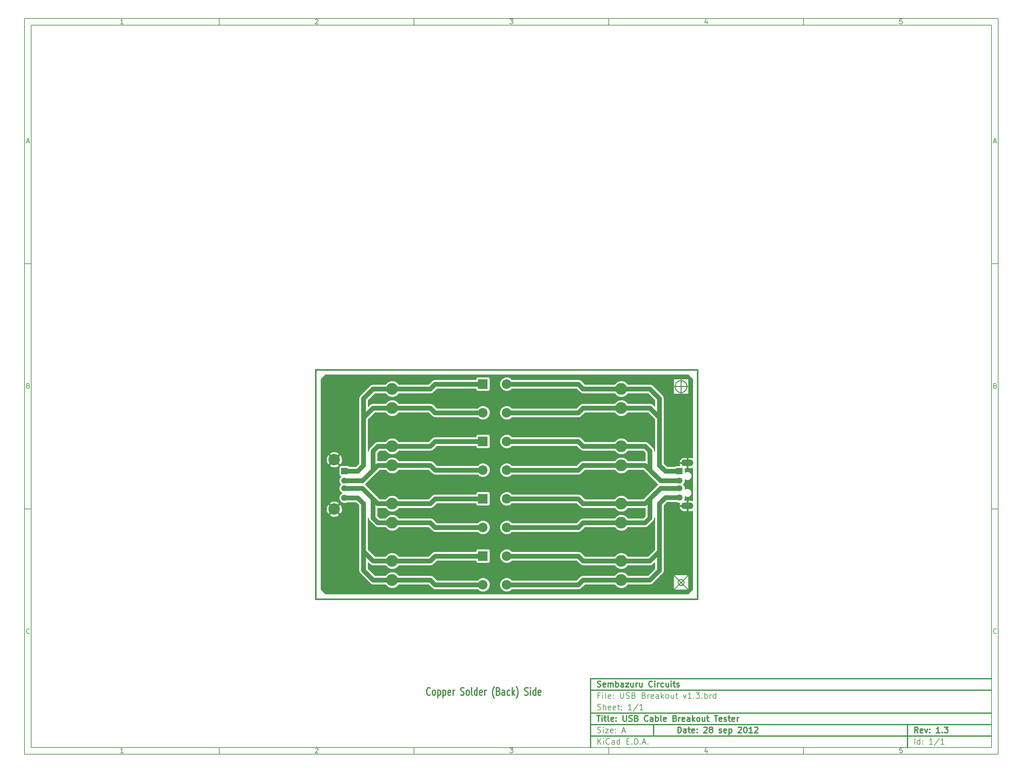
<source format=gbl>
G04 (created by PCBNEW-RS274X (2012-01-19 BZR 3256)-stable) date 28/09/2012 17:59:23*
G01*
G70*
G90*
%MOIN*%
G04 Gerber Fmt 3.4, Leading zero omitted, Abs format*
%FSLAX34Y34*%
G04 APERTURE LIST*
%ADD10C,0.006000*%
%ADD11C,0.012000*%
%ADD12C,0.010000*%
%ADD13C,0.015000*%
%ADD14R,0.100000X0.100000*%
%ADD15C,0.100000*%
%ADD16R,0.066200X0.066200*%
%ADD17O,0.066200X0.059100*%
%ADD18C,0.066200*%
%ADD19O,0.128400X0.069400*%
%ADD20C,0.120600*%
%ADD21C,0.123000*%
%ADD22C,0.050000*%
G04 APERTURE END LIST*
G54D10*
X-30500Y36750D02*
X71500Y36750D01*
X71500Y-40250D01*
X-30500Y-40250D01*
X-30500Y36750D01*
X-29800Y36050D02*
X70800Y36050D01*
X70800Y-39550D01*
X-29800Y-39550D01*
X-29800Y36050D01*
X-10100Y36750D02*
X-10100Y36050D01*
X-20157Y36198D02*
X-20443Y36198D01*
X-20300Y36198D02*
X-20300Y36698D01*
X-20348Y36626D01*
X-20395Y36579D01*
X-20443Y36555D01*
X-10100Y-40250D02*
X-10100Y-39550D01*
X-20157Y-40102D02*
X-20443Y-40102D01*
X-20300Y-40102D02*
X-20300Y-39602D01*
X-20348Y-39674D01*
X-20395Y-39721D01*
X-20443Y-39745D01*
X10300Y36750D02*
X10300Y36050D01*
X-00043Y36650D02*
X-00019Y36674D01*
X00029Y36698D01*
X00148Y36698D01*
X00195Y36674D01*
X00219Y36650D01*
X00243Y36602D01*
X00243Y36555D01*
X00219Y36483D01*
X-00067Y36198D01*
X00243Y36198D01*
X10300Y-40250D02*
X10300Y-39550D01*
X-00043Y-39650D02*
X-00019Y-39626D01*
X00029Y-39602D01*
X00148Y-39602D01*
X00195Y-39626D01*
X00219Y-39650D01*
X00243Y-39698D01*
X00243Y-39745D01*
X00219Y-39817D01*
X-00067Y-40102D01*
X00243Y-40102D01*
X30700Y36750D02*
X30700Y36050D01*
X20333Y36698D02*
X20643Y36698D01*
X20476Y36507D01*
X20548Y36507D01*
X20595Y36483D01*
X20619Y36460D01*
X20643Y36412D01*
X20643Y36293D01*
X20619Y36245D01*
X20595Y36221D01*
X20548Y36198D01*
X20405Y36198D01*
X20357Y36221D01*
X20333Y36245D01*
X30700Y-40250D02*
X30700Y-39550D01*
X20333Y-39602D02*
X20643Y-39602D01*
X20476Y-39793D01*
X20548Y-39793D01*
X20595Y-39817D01*
X20619Y-39840D01*
X20643Y-39888D01*
X20643Y-40007D01*
X20619Y-40055D01*
X20595Y-40079D01*
X20548Y-40102D01*
X20405Y-40102D01*
X20357Y-40079D01*
X20333Y-40055D01*
X51100Y36750D02*
X51100Y36050D01*
X40995Y36531D02*
X40995Y36198D01*
X40876Y36721D02*
X40757Y36364D01*
X41067Y36364D01*
X51100Y-40250D02*
X51100Y-39550D01*
X40995Y-39769D02*
X40995Y-40102D01*
X40876Y-39579D02*
X40757Y-39936D01*
X41067Y-39936D01*
X61419Y36698D02*
X61181Y36698D01*
X61157Y36460D01*
X61181Y36483D01*
X61229Y36507D01*
X61348Y36507D01*
X61395Y36483D01*
X61419Y36460D01*
X61443Y36412D01*
X61443Y36293D01*
X61419Y36245D01*
X61395Y36221D01*
X61348Y36198D01*
X61229Y36198D01*
X61181Y36221D01*
X61157Y36245D01*
X61419Y-39602D02*
X61181Y-39602D01*
X61157Y-39840D01*
X61181Y-39817D01*
X61229Y-39793D01*
X61348Y-39793D01*
X61395Y-39817D01*
X61419Y-39840D01*
X61443Y-39888D01*
X61443Y-40007D01*
X61419Y-40055D01*
X61395Y-40079D01*
X61348Y-40102D01*
X61229Y-40102D01*
X61181Y-40079D01*
X61157Y-40055D01*
X-30500Y11090D02*
X-29800Y11090D01*
X-30269Y23860D02*
X-30031Y23860D01*
X-30316Y23718D02*
X-30150Y24218D01*
X-29983Y23718D01*
X71500Y11090D02*
X70800Y11090D01*
X71031Y23860D02*
X71269Y23860D01*
X70984Y23718D02*
X71150Y24218D01*
X71317Y23718D01*
X-30500Y-14570D02*
X-29800Y-14570D01*
X-30114Y-01680D02*
X-30043Y-01704D01*
X-30019Y-01728D01*
X-29995Y-01776D01*
X-29995Y-01847D01*
X-30019Y-01895D01*
X-30043Y-01919D01*
X-30090Y-01942D01*
X-30281Y-01942D01*
X-30281Y-01442D01*
X-30114Y-01442D01*
X-30067Y-01466D01*
X-30043Y-01490D01*
X-30019Y-01538D01*
X-30019Y-01585D01*
X-30043Y-01633D01*
X-30067Y-01657D01*
X-30114Y-01680D01*
X-30281Y-01680D01*
X71500Y-14570D02*
X70800Y-14570D01*
X71186Y-01680D02*
X71257Y-01704D01*
X71281Y-01728D01*
X71305Y-01776D01*
X71305Y-01847D01*
X71281Y-01895D01*
X71257Y-01919D01*
X71210Y-01942D01*
X71019Y-01942D01*
X71019Y-01442D01*
X71186Y-01442D01*
X71233Y-01466D01*
X71257Y-01490D01*
X71281Y-01538D01*
X71281Y-01585D01*
X71257Y-01633D01*
X71233Y-01657D01*
X71186Y-01680D01*
X71019Y-01680D01*
X-29995Y-27555D02*
X-30019Y-27579D01*
X-30090Y-27602D01*
X-30138Y-27602D01*
X-30210Y-27579D01*
X-30257Y-27531D01*
X-30281Y-27483D01*
X-30305Y-27388D01*
X-30305Y-27317D01*
X-30281Y-27221D01*
X-30257Y-27174D01*
X-30210Y-27126D01*
X-30138Y-27102D01*
X-30090Y-27102D01*
X-30019Y-27126D01*
X-29995Y-27150D01*
X71305Y-27555D02*
X71281Y-27579D01*
X71210Y-27602D01*
X71162Y-27602D01*
X71090Y-27579D01*
X71043Y-27531D01*
X71019Y-27483D01*
X70995Y-27388D01*
X70995Y-27317D01*
X71019Y-27221D01*
X71043Y-27174D01*
X71090Y-27126D01*
X71162Y-27102D01*
X71210Y-27102D01*
X71281Y-27126D01*
X71305Y-27150D01*
G54D11*
X37943Y-37993D02*
X37943Y-37393D01*
X38086Y-37393D01*
X38171Y-37421D01*
X38229Y-37479D01*
X38257Y-37536D01*
X38286Y-37650D01*
X38286Y-37736D01*
X38257Y-37850D01*
X38229Y-37907D01*
X38171Y-37964D01*
X38086Y-37993D01*
X37943Y-37993D01*
X38800Y-37993D02*
X38800Y-37679D01*
X38771Y-37621D01*
X38714Y-37593D01*
X38600Y-37593D01*
X38543Y-37621D01*
X38800Y-37964D02*
X38743Y-37993D01*
X38600Y-37993D01*
X38543Y-37964D01*
X38514Y-37907D01*
X38514Y-37850D01*
X38543Y-37793D01*
X38600Y-37764D01*
X38743Y-37764D01*
X38800Y-37736D01*
X39000Y-37593D02*
X39229Y-37593D01*
X39086Y-37393D02*
X39086Y-37907D01*
X39114Y-37964D01*
X39172Y-37993D01*
X39229Y-37993D01*
X39657Y-37964D02*
X39600Y-37993D01*
X39486Y-37993D01*
X39429Y-37964D01*
X39400Y-37907D01*
X39400Y-37679D01*
X39429Y-37621D01*
X39486Y-37593D01*
X39600Y-37593D01*
X39657Y-37621D01*
X39686Y-37679D01*
X39686Y-37736D01*
X39400Y-37793D01*
X39943Y-37936D02*
X39971Y-37964D01*
X39943Y-37993D01*
X39914Y-37964D01*
X39943Y-37936D01*
X39943Y-37993D01*
X39943Y-37621D02*
X39971Y-37650D01*
X39943Y-37679D01*
X39914Y-37650D01*
X39943Y-37621D01*
X39943Y-37679D01*
X40657Y-37450D02*
X40686Y-37421D01*
X40743Y-37393D01*
X40886Y-37393D01*
X40943Y-37421D01*
X40972Y-37450D01*
X41000Y-37507D01*
X41000Y-37564D01*
X40972Y-37650D01*
X40629Y-37993D01*
X41000Y-37993D01*
X41343Y-37650D02*
X41285Y-37621D01*
X41257Y-37593D01*
X41228Y-37536D01*
X41228Y-37507D01*
X41257Y-37450D01*
X41285Y-37421D01*
X41343Y-37393D01*
X41457Y-37393D01*
X41514Y-37421D01*
X41543Y-37450D01*
X41571Y-37507D01*
X41571Y-37536D01*
X41543Y-37593D01*
X41514Y-37621D01*
X41457Y-37650D01*
X41343Y-37650D01*
X41285Y-37679D01*
X41257Y-37707D01*
X41228Y-37764D01*
X41228Y-37879D01*
X41257Y-37936D01*
X41285Y-37964D01*
X41343Y-37993D01*
X41457Y-37993D01*
X41514Y-37964D01*
X41543Y-37936D01*
X41571Y-37879D01*
X41571Y-37764D01*
X41543Y-37707D01*
X41514Y-37679D01*
X41457Y-37650D01*
X42256Y-37964D02*
X42313Y-37993D01*
X42428Y-37993D01*
X42485Y-37964D01*
X42513Y-37907D01*
X42513Y-37879D01*
X42485Y-37821D01*
X42428Y-37793D01*
X42342Y-37793D01*
X42285Y-37764D01*
X42256Y-37707D01*
X42256Y-37679D01*
X42285Y-37621D01*
X42342Y-37593D01*
X42428Y-37593D01*
X42485Y-37621D01*
X42999Y-37964D02*
X42942Y-37993D01*
X42828Y-37993D01*
X42771Y-37964D01*
X42742Y-37907D01*
X42742Y-37679D01*
X42771Y-37621D01*
X42828Y-37593D01*
X42942Y-37593D01*
X42999Y-37621D01*
X43028Y-37679D01*
X43028Y-37736D01*
X42742Y-37793D01*
X43285Y-37593D02*
X43285Y-38193D01*
X43285Y-37621D02*
X43342Y-37593D01*
X43456Y-37593D01*
X43513Y-37621D01*
X43542Y-37650D01*
X43571Y-37707D01*
X43571Y-37879D01*
X43542Y-37936D01*
X43513Y-37964D01*
X43456Y-37993D01*
X43342Y-37993D01*
X43285Y-37964D01*
X44256Y-37450D02*
X44285Y-37421D01*
X44342Y-37393D01*
X44485Y-37393D01*
X44542Y-37421D01*
X44571Y-37450D01*
X44599Y-37507D01*
X44599Y-37564D01*
X44571Y-37650D01*
X44228Y-37993D01*
X44599Y-37993D01*
X44970Y-37393D02*
X45027Y-37393D01*
X45084Y-37421D01*
X45113Y-37450D01*
X45142Y-37507D01*
X45170Y-37621D01*
X45170Y-37764D01*
X45142Y-37879D01*
X45113Y-37936D01*
X45084Y-37964D01*
X45027Y-37993D01*
X44970Y-37993D01*
X44913Y-37964D01*
X44884Y-37936D01*
X44856Y-37879D01*
X44827Y-37764D01*
X44827Y-37621D01*
X44856Y-37507D01*
X44884Y-37450D01*
X44913Y-37421D01*
X44970Y-37393D01*
X45741Y-37993D02*
X45398Y-37993D01*
X45570Y-37993D02*
X45570Y-37393D01*
X45513Y-37479D01*
X45455Y-37536D01*
X45398Y-37564D01*
X45969Y-37450D02*
X45998Y-37421D01*
X46055Y-37393D01*
X46198Y-37393D01*
X46255Y-37421D01*
X46284Y-37450D01*
X46312Y-37507D01*
X46312Y-37564D01*
X46284Y-37650D01*
X45941Y-37993D01*
X46312Y-37993D01*
G54D10*
X29543Y-39193D02*
X29543Y-38593D01*
X29886Y-39193D02*
X29629Y-38850D01*
X29886Y-38593D02*
X29543Y-38936D01*
X30143Y-39193D02*
X30143Y-38793D01*
X30143Y-38593D02*
X30114Y-38621D01*
X30143Y-38650D01*
X30171Y-38621D01*
X30143Y-38593D01*
X30143Y-38650D01*
X30772Y-39136D02*
X30743Y-39164D01*
X30657Y-39193D01*
X30600Y-39193D01*
X30515Y-39164D01*
X30457Y-39107D01*
X30429Y-39050D01*
X30400Y-38936D01*
X30400Y-38850D01*
X30429Y-38736D01*
X30457Y-38679D01*
X30515Y-38621D01*
X30600Y-38593D01*
X30657Y-38593D01*
X30743Y-38621D01*
X30772Y-38650D01*
X31286Y-39193D02*
X31286Y-38879D01*
X31257Y-38821D01*
X31200Y-38793D01*
X31086Y-38793D01*
X31029Y-38821D01*
X31286Y-39164D02*
X31229Y-39193D01*
X31086Y-39193D01*
X31029Y-39164D01*
X31000Y-39107D01*
X31000Y-39050D01*
X31029Y-38993D01*
X31086Y-38964D01*
X31229Y-38964D01*
X31286Y-38936D01*
X31829Y-39193D02*
X31829Y-38593D01*
X31829Y-39164D02*
X31772Y-39193D01*
X31658Y-39193D01*
X31600Y-39164D01*
X31572Y-39136D01*
X31543Y-39079D01*
X31543Y-38907D01*
X31572Y-38850D01*
X31600Y-38821D01*
X31658Y-38793D01*
X31772Y-38793D01*
X31829Y-38821D01*
X32572Y-38879D02*
X32772Y-38879D01*
X32858Y-39193D02*
X32572Y-39193D01*
X32572Y-38593D01*
X32858Y-38593D01*
X33115Y-39136D02*
X33143Y-39164D01*
X33115Y-39193D01*
X33086Y-39164D01*
X33115Y-39136D01*
X33115Y-39193D01*
X33401Y-39193D02*
X33401Y-38593D01*
X33544Y-38593D01*
X33629Y-38621D01*
X33687Y-38679D01*
X33715Y-38736D01*
X33744Y-38850D01*
X33744Y-38936D01*
X33715Y-39050D01*
X33687Y-39107D01*
X33629Y-39164D01*
X33544Y-39193D01*
X33401Y-39193D01*
X34001Y-39136D02*
X34029Y-39164D01*
X34001Y-39193D01*
X33972Y-39164D01*
X34001Y-39136D01*
X34001Y-39193D01*
X34258Y-39021D02*
X34544Y-39021D01*
X34201Y-39193D02*
X34401Y-38593D01*
X34601Y-39193D01*
X34801Y-39136D02*
X34829Y-39164D01*
X34801Y-39193D01*
X34772Y-39164D01*
X34801Y-39136D01*
X34801Y-39193D01*
G54D11*
X63086Y-37993D02*
X62886Y-37707D01*
X62743Y-37993D02*
X62743Y-37393D01*
X62971Y-37393D01*
X63029Y-37421D01*
X63057Y-37450D01*
X63086Y-37507D01*
X63086Y-37593D01*
X63057Y-37650D01*
X63029Y-37679D01*
X62971Y-37707D01*
X62743Y-37707D01*
X63571Y-37964D02*
X63514Y-37993D01*
X63400Y-37993D01*
X63343Y-37964D01*
X63314Y-37907D01*
X63314Y-37679D01*
X63343Y-37621D01*
X63400Y-37593D01*
X63514Y-37593D01*
X63571Y-37621D01*
X63600Y-37679D01*
X63600Y-37736D01*
X63314Y-37793D01*
X63800Y-37593D02*
X63943Y-37993D01*
X64085Y-37593D01*
X64314Y-37936D02*
X64342Y-37964D01*
X64314Y-37993D01*
X64285Y-37964D01*
X64314Y-37936D01*
X64314Y-37993D01*
X64314Y-37621D02*
X64342Y-37650D01*
X64314Y-37679D01*
X64285Y-37650D01*
X64314Y-37621D01*
X64314Y-37679D01*
X65371Y-37993D02*
X65028Y-37993D01*
X65200Y-37993D02*
X65200Y-37393D01*
X65143Y-37479D01*
X65085Y-37536D01*
X65028Y-37564D01*
X65628Y-37936D02*
X65656Y-37964D01*
X65628Y-37993D01*
X65599Y-37964D01*
X65628Y-37936D01*
X65628Y-37993D01*
X65857Y-37393D02*
X66228Y-37393D01*
X66028Y-37621D01*
X66114Y-37621D01*
X66171Y-37650D01*
X66200Y-37679D01*
X66228Y-37736D01*
X66228Y-37879D01*
X66200Y-37936D01*
X66171Y-37964D01*
X66114Y-37993D01*
X65942Y-37993D01*
X65885Y-37964D01*
X65857Y-37936D01*
G54D10*
X29514Y-37964D02*
X29600Y-37993D01*
X29743Y-37993D01*
X29800Y-37964D01*
X29829Y-37936D01*
X29857Y-37879D01*
X29857Y-37821D01*
X29829Y-37764D01*
X29800Y-37736D01*
X29743Y-37707D01*
X29629Y-37679D01*
X29571Y-37650D01*
X29543Y-37621D01*
X29514Y-37564D01*
X29514Y-37507D01*
X29543Y-37450D01*
X29571Y-37421D01*
X29629Y-37393D01*
X29771Y-37393D01*
X29857Y-37421D01*
X30114Y-37993D02*
X30114Y-37593D01*
X30114Y-37393D02*
X30085Y-37421D01*
X30114Y-37450D01*
X30142Y-37421D01*
X30114Y-37393D01*
X30114Y-37450D01*
X30343Y-37593D02*
X30657Y-37593D01*
X30343Y-37993D01*
X30657Y-37993D01*
X31114Y-37964D02*
X31057Y-37993D01*
X30943Y-37993D01*
X30886Y-37964D01*
X30857Y-37907D01*
X30857Y-37679D01*
X30886Y-37621D01*
X30943Y-37593D01*
X31057Y-37593D01*
X31114Y-37621D01*
X31143Y-37679D01*
X31143Y-37736D01*
X30857Y-37793D01*
X31400Y-37936D02*
X31428Y-37964D01*
X31400Y-37993D01*
X31371Y-37964D01*
X31400Y-37936D01*
X31400Y-37993D01*
X31400Y-37621D02*
X31428Y-37650D01*
X31400Y-37679D01*
X31371Y-37650D01*
X31400Y-37621D01*
X31400Y-37679D01*
X32114Y-37821D02*
X32400Y-37821D01*
X32057Y-37993D02*
X32257Y-37393D01*
X32457Y-37993D01*
X62743Y-39193D02*
X62743Y-38593D01*
X63286Y-39193D02*
X63286Y-38593D01*
X63286Y-39164D02*
X63229Y-39193D01*
X63115Y-39193D01*
X63057Y-39164D01*
X63029Y-39136D01*
X63000Y-39079D01*
X63000Y-38907D01*
X63029Y-38850D01*
X63057Y-38821D01*
X63115Y-38793D01*
X63229Y-38793D01*
X63286Y-38821D01*
X63572Y-39136D02*
X63600Y-39164D01*
X63572Y-39193D01*
X63543Y-39164D01*
X63572Y-39136D01*
X63572Y-39193D01*
X63572Y-38821D02*
X63600Y-38850D01*
X63572Y-38879D01*
X63543Y-38850D01*
X63572Y-38821D01*
X63572Y-38879D01*
X64629Y-39193D02*
X64286Y-39193D01*
X64458Y-39193D02*
X64458Y-38593D01*
X64401Y-38679D01*
X64343Y-38736D01*
X64286Y-38764D01*
X65314Y-38564D02*
X64800Y-39336D01*
X65829Y-39193D02*
X65486Y-39193D01*
X65658Y-39193D02*
X65658Y-38593D01*
X65601Y-38679D01*
X65543Y-38736D01*
X65486Y-38764D01*
G54D11*
X29457Y-36193D02*
X29800Y-36193D01*
X29629Y-36793D02*
X29629Y-36193D01*
X30000Y-36793D02*
X30000Y-36393D01*
X30000Y-36193D02*
X29971Y-36221D01*
X30000Y-36250D01*
X30028Y-36221D01*
X30000Y-36193D01*
X30000Y-36250D01*
X30200Y-36393D02*
X30429Y-36393D01*
X30286Y-36193D02*
X30286Y-36707D01*
X30314Y-36764D01*
X30372Y-36793D01*
X30429Y-36793D01*
X30715Y-36793D02*
X30657Y-36764D01*
X30629Y-36707D01*
X30629Y-36193D01*
X31171Y-36764D02*
X31114Y-36793D01*
X31000Y-36793D01*
X30943Y-36764D01*
X30914Y-36707D01*
X30914Y-36479D01*
X30943Y-36421D01*
X31000Y-36393D01*
X31114Y-36393D01*
X31171Y-36421D01*
X31200Y-36479D01*
X31200Y-36536D01*
X30914Y-36593D01*
X31457Y-36736D02*
X31485Y-36764D01*
X31457Y-36793D01*
X31428Y-36764D01*
X31457Y-36736D01*
X31457Y-36793D01*
X31457Y-36421D02*
X31485Y-36450D01*
X31457Y-36479D01*
X31428Y-36450D01*
X31457Y-36421D01*
X31457Y-36479D01*
X32200Y-36193D02*
X32200Y-36679D01*
X32228Y-36736D01*
X32257Y-36764D01*
X32314Y-36793D01*
X32428Y-36793D01*
X32486Y-36764D01*
X32514Y-36736D01*
X32543Y-36679D01*
X32543Y-36193D01*
X32800Y-36764D02*
X32886Y-36793D01*
X33029Y-36793D01*
X33086Y-36764D01*
X33115Y-36736D01*
X33143Y-36679D01*
X33143Y-36621D01*
X33115Y-36564D01*
X33086Y-36536D01*
X33029Y-36507D01*
X32915Y-36479D01*
X32857Y-36450D01*
X32829Y-36421D01*
X32800Y-36364D01*
X32800Y-36307D01*
X32829Y-36250D01*
X32857Y-36221D01*
X32915Y-36193D01*
X33057Y-36193D01*
X33143Y-36221D01*
X33600Y-36479D02*
X33686Y-36507D01*
X33714Y-36536D01*
X33743Y-36593D01*
X33743Y-36679D01*
X33714Y-36736D01*
X33686Y-36764D01*
X33628Y-36793D01*
X33400Y-36793D01*
X33400Y-36193D01*
X33600Y-36193D01*
X33657Y-36221D01*
X33686Y-36250D01*
X33714Y-36307D01*
X33714Y-36364D01*
X33686Y-36421D01*
X33657Y-36450D01*
X33600Y-36479D01*
X33400Y-36479D01*
X34800Y-36736D02*
X34771Y-36764D01*
X34685Y-36793D01*
X34628Y-36793D01*
X34543Y-36764D01*
X34485Y-36707D01*
X34457Y-36650D01*
X34428Y-36536D01*
X34428Y-36450D01*
X34457Y-36336D01*
X34485Y-36279D01*
X34543Y-36221D01*
X34628Y-36193D01*
X34685Y-36193D01*
X34771Y-36221D01*
X34800Y-36250D01*
X35314Y-36793D02*
X35314Y-36479D01*
X35285Y-36421D01*
X35228Y-36393D01*
X35114Y-36393D01*
X35057Y-36421D01*
X35314Y-36764D02*
X35257Y-36793D01*
X35114Y-36793D01*
X35057Y-36764D01*
X35028Y-36707D01*
X35028Y-36650D01*
X35057Y-36593D01*
X35114Y-36564D01*
X35257Y-36564D01*
X35314Y-36536D01*
X35600Y-36793D02*
X35600Y-36193D01*
X35600Y-36421D02*
X35657Y-36393D01*
X35771Y-36393D01*
X35828Y-36421D01*
X35857Y-36450D01*
X35886Y-36507D01*
X35886Y-36679D01*
X35857Y-36736D01*
X35828Y-36764D01*
X35771Y-36793D01*
X35657Y-36793D01*
X35600Y-36764D01*
X36229Y-36793D02*
X36171Y-36764D01*
X36143Y-36707D01*
X36143Y-36193D01*
X36685Y-36764D02*
X36628Y-36793D01*
X36514Y-36793D01*
X36457Y-36764D01*
X36428Y-36707D01*
X36428Y-36479D01*
X36457Y-36421D01*
X36514Y-36393D01*
X36628Y-36393D01*
X36685Y-36421D01*
X36714Y-36479D01*
X36714Y-36536D01*
X36428Y-36593D01*
X37628Y-36479D02*
X37714Y-36507D01*
X37742Y-36536D01*
X37771Y-36593D01*
X37771Y-36679D01*
X37742Y-36736D01*
X37714Y-36764D01*
X37656Y-36793D01*
X37428Y-36793D01*
X37428Y-36193D01*
X37628Y-36193D01*
X37685Y-36221D01*
X37714Y-36250D01*
X37742Y-36307D01*
X37742Y-36364D01*
X37714Y-36421D01*
X37685Y-36450D01*
X37628Y-36479D01*
X37428Y-36479D01*
X38028Y-36793D02*
X38028Y-36393D01*
X38028Y-36507D02*
X38056Y-36450D01*
X38085Y-36421D01*
X38142Y-36393D01*
X38199Y-36393D01*
X38627Y-36764D02*
X38570Y-36793D01*
X38456Y-36793D01*
X38399Y-36764D01*
X38370Y-36707D01*
X38370Y-36479D01*
X38399Y-36421D01*
X38456Y-36393D01*
X38570Y-36393D01*
X38627Y-36421D01*
X38656Y-36479D01*
X38656Y-36536D01*
X38370Y-36593D01*
X39170Y-36793D02*
X39170Y-36479D01*
X39141Y-36421D01*
X39084Y-36393D01*
X38970Y-36393D01*
X38913Y-36421D01*
X39170Y-36764D02*
X39113Y-36793D01*
X38970Y-36793D01*
X38913Y-36764D01*
X38884Y-36707D01*
X38884Y-36650D01*
X38913Y-36593D01*
X38970Y-36564D01*
X39113Y-36564D01*
X39170Y-36536D01*
X39456Y-36793D02*
X39456Y-36193D01*
X39513Y-36564D02*
X39684Y-36793D01*
X39684Y-36393D02*
X39456Y-36621D01*
X40028Y-36793D02*
X39970Y-36764D01*
X39942Y-36736D01*
X39913Y-36679D01*
X39913Y-36507D01*
X39942Y-36450D01*
X39970Y-36421D01*
X40028Y-36393D01*
X40113Y-36393D01*
X40170Y-36421D01*
X40199Y-36450D01*
X40228Y-36507D01*
X40228Y-36679D01*
X40199Y-36736D01*
X40170Y-36764D01*
X40113Y-36793D01*
X40028Y-36793D01*
X40742Y-36393D02*
X40742Y-36793D01*
X40485Y-36393D02*
X40485Y-36707D01*
X40513Y-36764D01*
X40571Y-36793D01*
X40656Y-36793D01*
X40713Y-36764D01*
X40742Y-36736D01*
X40942Y-36393D02*
X41171Y-36393D01*
X41028Y-36193D02*
X41028Y-36707D01*
X41056Y-36764D01*
X41114Y-36793D01*
X41171Y-36793D01*
X41742Y-36193D02*
X42085Y-36193D01*
X41914Y-36793D02*
X41914Y-36193D01*
X42513Y-36764D02*
X42456Y-36793D01*
X42342Y-36793D01*
X42285Y-36764D01*
X42256Y-36707D01*
X42256Y-36479D01*
X42285Y-36421D01*
X42342Y-36393D01*
X42456Y-36393D01*
X42513Y-36421D01*
X42542Y-36479D01*
X42542Y-36536D01*
X42256Y-36593D01*
X42770Y-36764D02*
X42827Y-36793D01*
X42942Y-36793D01*
X42999Y-36764D01*
X43027Y-36707D01*
X43027Y-36679D01*
X42999Y-36621D01*
X42942Y-36593D01*
X42856Y-36593D01*
X42799Y-36564D01*
X42770Y-36507D01*
X42770Y-36479D01*
X42799Y-36421D01*
X42856Y-36393D01*
X42942Y-36393D01*
X42999Y-36421D01*
X43199Y-36393D02*
X43428Y-36393D01*
X43285Y-36193D02*
X43285Y-36707D01*
X43313Y-36764D01*
X43371Y-36793D01*
X43428Y-36793D01*
X43856Y-36764D02*
X43799Y-36793D01*
X43685Y-36793D01*
X43628Y-36764D01*
X43599Y-36707D01*
X43599Y-36479D01*
X43628Y-36421D01*
X43685Y-36393D01*
X43799Y-36393D01*
X43856Y-36421D01*
X43885Y-36479D01*
X43885Y-36536D01*
X43599Y-36593D01*
X44142Y-36793D02*
X44142Y-36393D01*
X44142Y-36507D02*
X44170Y-36450D01*
X44199Y-36421D01*
X44256Y-36393D01*
X44313Y-36393D01*
G54D10*
X29743Y-34079D02*
X29543Y-34079D01*
X29543Y-34393D02*
X29543Y-33793D01*
X29829Y-33793D01*
X30057Y-34393D02*
X30057Y-33993D01*
X30057Y-33793D02*
X30028Y-33821D01*
X30057Y-33850D01*
X30085Y-33821D01*
X30057Y-33793D01*
X30057Y-33850D01*
X30429Y-34393D02*
X30371Y-34364D01*
X30343Y-34307D01*
X30343Y-33793D01*
X30885Y-34364D02*
X30828Y-34393D01*
X30714Y-34393D01*
X30657Y-34364D01*
X30628Y-34307D01*
X30628Y-34079D01*
X30657Y-34021D01*
X30714Y-33993D01*
X30828Y-33993D01*
X30885Y-34021D01*
X30914Y-34079D01*
X30914Y-34136D01*
X30628Y-34193D01*
X31171Y-34336D02*
X31199Y-34364D01*
X31171Y-34393D01*
X31142Y-34364D01*
X31171Y-34336D01*
X31171Y-34393D01*
X31171Y-34021D02*
X31199Y-34050D01*
X31171Y-34079D01*
X31142Y-34050D01*
X31171Y-34021D01*
X31171Y-34079D01*
X31914Y-33793D02*
X31914Y-34279D01*
X31942Y-34336D01*
X31971Y-34364D01*
X32028Y-34393D01*
X32142Y-34393D01*
X32200Y-34364D01*
X32228Y-34336D01*
X32257Y-34279D01*
X32257Y-33793D01*
X32514Y-34364D02*
X32600Y-34393D01*
X32743Y-34393D01*
X32800Y-34364D01*
X32829Y-34336D01*
X32857Y-34279D01*
X32857Y-34221D01*
X32829Y-34164D01*
X32800Y-34136D01*
X32743Y-34107D01*
X32629Y-34079D01*
X32571Y-34050D01*
X32543Y-34021D01*
X32514Y-33964D01*
X32514Y-33907D01*
X32543Y-33850D01*
X32571Y-33821D01*
X32629Y-33793D01*
X32771Y-33793D01*
X32857Y-33821D01*
X33314Y-34079D02*
X33400Y-34107D01*
X33428Y-34136D01*
X33457Y-34193D01*
X33457Y-34279D01*
X33428Y-34336D01*
X33400Y-34364D01*
X33342Y-34393D01*
X33114Y-34393D01*
X33114Y-33793D01*
X33314Y-33793D01*
X33371Y-33821D01*
X33400Y-33850D01*
X33428Y-33907D01*
X33428Y-33964D01*
X33400Y-34021D01*
X33371Y-34050D01*
X33314Y-34079D01*
X33114Y-34079D01*
X34371Y-34079D02*
X34457Y-34107D01*
X34485Y-34136D01*
X34514Y-34193D01*
X34514Y-34279D01*
X34485Y-34336D01*
X34457Y-34364D01*
X34399Y-34393D01*
X34171Y-34393D01*
X34171Y-33793D01*
X34371Y-33793D01*
X34428Y-33821D01*
X34457Y-33850D01*
X34485Y-33907D01*
X34485Y-33964D01*
X34457Y-34021D01*
X34428Y-34050D01*
X34371Y-34079D01*
X34171Y-34079D01*
X34771Y-34393D02*
X34771Y-33993D01*
X34771Y-34107D02*
X34799Y-34050D01*
X34828Y-34021D01*
X34885Y-33993D01*
X34942Y-33993D01*
X35370Y-34364D02*
X35313Y-34393D01*
X35199Y-34393D01*
X35142Y-34364D01*
X35113Y-34307D01*
X35113Y-34079D01*
X35142Y-34021D01*
X35199Y-33993D01*
X35313Y-33993D01*
X35370Y-34021D01*
X35399Y-34079D01*
X35399Y-34136D01*
X35113Y-34193D01*
X35913Y-34393D02*
X35913Y-34079D01*
X35884Y-34021D01*
X35827Y-33993D01*
X35713Y-33993D01*
X35656Y-34021D01*
X35913Y-34364D02*
X35856Y-34393D01*
X35713Y-34393D01*
X35656Y-34364D01*
X35627Y-34307D01*
X35627Y-34250D01*
X35656Y-34193D01*
X35713Y-34164D01*
X35856Y-34164D01*
X35913Y-34136D01*
X36199Y-34393D02*
X36199Y-33793D01*
X36256Y-34164D02*
X36427Y-34393D01*
X36427Y-33993D02*
X36199Y-34221D01*
X36771Y-34393D02*
X36713Y-34364D01*
X36685Y-34336D01*
X36656Y-34279D01*
X36656Y-34107D01*
X36685Y-34050D01*
X36713Y-34021D01*
X36771Y-33993D01*
X36856Y-33993D01*
X36913Y-34021D01*
X36942Y-34050D01*
X36971Y-34107D01*
X36971Y-34279D01*
X36942Y-34336D01*
X36913Y-34364D01*
X36856Y-34393D01*
X36771Y-34393D01*
X37485Y-33993D02*
X37485Y-34393D01*
X37228Y-33993D02*
X37228Y-34307D01*
X37256Y-34364D01*
X37314Y-34393D01*
X37399Y-34393D01*
X37456Y-34364D01*
X37485Y-34336D01*
X37685Y-33993D02*
X37914Y-33993D01*
X37771Y-33793D02*
X37771Y-34307D01*
X37799Y-34364D01*
X37857Y-34393D01*
X37914Y-34393D01*
X38514Y-33993D02*
X38657Y-34393D01*
X38799Y-33993D01*
X39342Y-34393D02*
X38999Y-34393D01*
X39171Y-34393D02*
X39171Y-33793D01*
X39114Y-33879D01*
X39056Y-33936D01*
X38999Y-33964D01*
X39599Y-34336D02*
X39627Y-34364D01*
X39599Y-34393D01*
X39570Y-34364D01*
X39599Y-34336D01*
X39599Y-34393D01*
X39828Y-33793D02*
X40199Y-33793D01*
X39999Y-34021D01*
X40085Y-34021D01*
X40142Y-34050D01*
X40171Y-34079D01*
X40199Y-34136D01*
X40199Y-34279D01*
X40171Y-34336D01*
X40142Y-34364D01*
X40085Y-34393D01*
X39913Y-34393D01*
X39856Y-34364D01*
X39828Y-34336D01*
X40456Y-34336D02*
X40484Y-34364D01*
X40456Y-34393D01*
X40427Y-34364D01*
X40456Y-34336D01*
X40456Y-34393D01*
X40742Y-34393D02*
X40742Y-33793D01*
X40742Y-34021D02*
X40799Y-33993D01*
X40913Y-33993D01*
X40970Y-34021D01*
X40999Y-34050D01*
X41028Y-34107D01*
X41028Y-34279D01*
X40999Y-34336D01*
X40970Y-34364D01*
X40913Y-34393D01*
X40799Y-34393D01*
X40742Y-34364D01*
X41285Y-34393D02*
X41285Y-33993D01*
X41285Y-34107D02*
X41313Y-34050D01*
X41342Y-34021D01*
X41399Y-33993D01*
X41456Y-33993D01*
X41913Y-34393D02*
X41913Y-33793D01*
X41913Y-34364D02*
X41856Y-34393D01*
X41742Y-34393D01*
X41684Y-34364D01*
X41656Y-34336D01*
X41627Y-34279D01*
X41627Y-34107D01*
X41656Y-34050D01*
X41684Y-34021D01*
X41742Y-33993D01*
X41856Y-33993D01*
X41913Y-34021D01*
X29514Y-35564D02*
X29600Y-35593D01*
X29743Y-35593D01*
X29800Y-35564D01*
X29829Y-35536D01*
X29857Y-35479D01*
X29857Y-35421D01*
X29829Y-35364D01*
X29800Y-35336D01*
X29743Y-35307D01*
X29629Y-35279D01*
X29571Y-35250D01*
X29543Y-35221D01*
X29514Y-35164D01*
X29514Y-35107D01*
X29543Y-35050D01*
X29571Y-35021D01*
X29629Y-34993D01*
X29771Y-34993D01*
X29857Y-35021D01*
X30114Y-35593D02*
X30114Y-34993D01*
X30371Y-35593D02*
X30371Y-35279D01*
X30342Y-35221D01*
X30285Y-35193D01*
X30200Y-35193D01*
X30142Y-35221D01*
X30114Y-35250D01*
X30885Y-35564D02*
X30828Y-35593D01*
X30714Y-35593D01*
X30657Y-35564D01*
X30628Y-35507D01*
X30628Y-35279D01*
X30657Y-35221D01*
X30714Y-35193D01*
X30828Y-35193D01*
X30885Y-35221D01*
X30914Y-35279D01*
X30914Y-35336D01*
X30628Y-35393D01*
X31399Y-35564D02*
X31342Y-35593D01*
X31228Y-35593D01*
X31171Y-35564D01*
X31142Y-35507D01*
X31142Y-35279D01*
X31171Y-35221D01*
X31228Y-35193D01*
X31342Y-35193D01*
X31399Y-35221D01*
X31428Y-35279D01*
X31428Y-35336D01*
X31142Y-35393D01*
X31599Y-35193D02*
X31828Y-35193D01*
X31685Y-34993D02*
X31685Y-35507D01*
X31713Y-35564D01*
X31771Y-35593D01*
X31828Y-35593D01*
X32028Y-35536D02*
X32056Y-35564D01*
X32028Y-35593D01*
X31999Y-35564D01*
X32028Y-35536D01*
X32028Y-35593D01*
X32028Y-35221D02*
X32056Y-35250D01*
X32028Y-35279D01*
X31999Y-35250D01*
X32028Y-35221D01*
X32028Y-35279D01*
X33085Y-35593D02*
X32742Y-35593D01*
X32914Y-35593D02*
X32914Y-34993D01*
X32857Y-35079D01*
X32799Y-35136D01*
X32742Y-35164D01*
X33770Y-34964D02*
X33256Y-35736D01*
X34285Y-35593D02*
X33942Y-35593D01*
X34114Y-35593D02*
X34114Y-34993D01*
X34057Y-35079D01*
X33999Y-35136D01*
X33942Y-35164D01*
G54D11*
X29514Y-33164D02*
X29600Y-33193D01*
X29743Y-33193D01*
X29800Y-33164D01*
X29829Y-33136D01*
X29857Y-33079D01*
X29857Y-33021D01*
X29829Y-32964D01*
X29800Y-32936D01*
X29743Y-32907D01*
X29629Y-32879D01*
X29571Y-32850D01*
X29543Y-32821D01*
X29514Y-32764D01*
X29514Y-32707D01*
X29543Y-32650D01*
X29571Y-32621D01*
X29629Y-32593D01*
X29771Y-32593D01*
X29857Y-32621D01*
X30342Y-33164D02*
X30285Y-33193D01*
X30171Y-33193D01*
X30114Y-33164D01*
X30085Y-33107D01*
X30085Y-32879D01*
X30114Y-32821D01*
X30171Y-32793D01*
X30285Y-32793D01*
X30342Y-32821D01*
X30371Y-32879D01*
X30371Y-32936D01*
X30085Y-32993D01*
X30628Y-33193D02*
X30628Y-32793D01*
X30628Y-32850D02*
X30656Y-32821D01*
X30714Y-32793D01*
X30799Y-32793D01*
X30856Y-32821D01*
X30885Y-32879D01*
X30885Y-33193D01*
X30885Y-32879D02*
X30914Y-32821D01*
X30971Y-32793D01*
X31056Y-32793D01*
X31114Y-32821D01*
X31142Y-32879D01*
X31142Y-33193D01*
X31428Y-33193D02*
X31428Y-32593D01*
X31428Y-32821D02*
X31485Y-32793D01*
X31599Y-32793D01*
X31656Y-32821D01*
X31685Y-32850D01*
X31714Y-32907D01*
X31714Y-33079D01*
X31685Y-33136D01*
X31656Y-33164D01*
X31599Y-33193D01*
X31485Y-33193D01*
X31428Y-33164D01*
X32228Y-33193D02*
X32228Y-32879D01*
X32199Y-32821D01*
X32142Y-32793D01*
X32028Y-32793D01*
X31971Y-32821D01*
X32228Y-33164D02*
X32171Y-33193D01*
X32028Y-33193D01*
X31971Y-33164D01*
X31942Y-33107D01*
X31942Y-33050D01*
X31971Y-32993D01*
X32028Y-32964D01*
X32171Y-32964D01*
X32228Y-32936D01*
X32457Y-32793D02*
X32771Y-32793D01*
X32457Y-33193D01*
X32771Y-33193D01*
X33257Y-32793D02*
X33257Y-33193D01*
X33000Y-32793D02*
X33000Y-33107D01*
X33028Y-33164D01*
X33086Y-33193D01*
X33171Y-33193D01*
X33228Y-33164D01*
X33257Y-33136D01*
X33543Y-33193D02*
X33543Y-32793D01*
X33543Y-32907D02*
X33571Y-32850D01*
X33600Y-32821D01*
X33657Y-32793D01*
X33714Y-32793D01*
X34171Y-32793D02*
X34171Y-33193D01*
X33914Y-32793D02*
X33914Y-33107D01*
X33942Y-33164D01*
X34000Y-33193D01*
X34085Y-33193D01*
X34142Y-33164D01*
X34171Y-33136D01*
X35257Y-33136D02*
X35228Y-33164D01*
X35142Y-33193D01*
X35085Y-33193D01*
X35000Y-33164D01*
X34942Y-33107D01*
X34914Y-33050D01*
X34885Y-32936D01*
X34885Y-32850D01*
X34914Y-32736D01*
X34942Y-32679D01*
X35000Y-32621D01*
X35085Y-32593D01*
X35142Y-32593D01*
X35228Y-32621D01*
X35257Y-32650D01*
X35514Y-33193D02*
X35514Y-32793D01*
X35514Y-32593D02*
X35485Y-32621D01*
X35514Y-32650D01*
X35542Y-32621D01*
X35514Y-32593D01*
X35514Y-32650D01*
X35800Y-33193D02*
X35800Y-32793D01*
X35800Y-32907D02*
X35828Y-32850D01*
X35857Y-32821D01*
X35914Y-32793D01*
X35971Y-32793D01*
X36428Y-33164D02*
X36371Y-33193D01*
X36257Y-33193D01*
X36199Y-33164D01*
X36171Y-33136D01*
X36142Y-33079D01*
X36142Y-32907D01*
X36171Y-32850D01*
X36199Y-32821D01*
X36257Y-32793D01*
X36371Y-32793D01*
X36428Y-32821D01*
X36942Y-32793D02*
X36942Y-33193D01*
X36685Y-32793D02*
X36685Y-33107D01*
X36713Y-33164D01*
X36771Y-33193D01*
X36856Y-33193D01*
X36913Y-33164D01*
X36942Y-33136D01*
X37228Y-33193D02*
X37228Y-32793D01*
X37228Y-32593D02*
X37199Y-32621D01*
X37228Y-32650D01*
X37256Y-32621D01*
X37228Y-32593D01*
X37228Y-32650D01*
X37428Y-32793D02*
X37657Y-32793D01*
X37514Y-32593D02*
X37514Y-33107D01*
X37542Y-33164D01*
X37600Y-33193D01*
X37657Y-33193D01*
X37828Y-33164D02*
X37885Y-33193D01*
X38000Y-33193D01*
X38057Y-33164D01*
X38085Y-33107D01*
X38085Y-33079D01*
X38057Y-33021D01*
X38000Y-32993D01*
X37914Y-32993D01*
X37857Y-32964D01*
X37828Y-32907D01*
X37828Y-32879D01*
X37857Y-32821D01*
X37914Y-32793D01*
X38000Y-32793D01*
X38057Y-32821D01*
X28800Y-32350D02*
X28800Y-39550D01*
X28800Y-33550D02*
X70800Y-33550D01*
X28800Y-32350D02*
X70800Y-32350D01*
X28800Y-35950D02*
X70800Y-35950D01*
X62000Y-37150D02*
X62000Y-39550D01*
X28800Y-38350D02*
X70800Y-38350D01*
X28800Y-37150D02*
X70800Y-37150D01*
X35400Y-37150D02*
X35400Y-38350D01*
X11986Y-33998D02*
X11957Y-34036D01*
X11871Y-34074D01*
X11814Y-34074D01*
X11729Y-34036D01*
X11671Y-33960D01*
X11643Y-33883D01*
X11614Y-33731D01*
X11614Y-33617D01*
X11643Y-33464D01*
X11671Y-33388D01*
X11729Y-33312D01*
X11814Y-33274D01*
X11871Y-33274D01*
X11957Y-33312D01*
X11986Y-33350D01*
X12329Y-34074D02*
X12271Y-34036D01*
X12243Y-33998D01*
X12214Y-33921D01*
X12214Y-33693D01*
X12243Y-33617D01*
X12271Y-33579D01*
X12329Y-33540D01*
X12414Y-33540D01*
X12471Y-33579D01*
X12500Y-33617D01*
X12529Y-33693D01*
X12529Y-33921D01*
X12500Y-33998D01*
X12471Y-34036D01*
X12414Y-34074D01*
X12329Y-34074D01*
X12786Y-33540D02*
X12786Y-34340D01*
X12786Y-33579D02*
X12843Y-33540D01*
X12957Y-33540D01*
X13014Y-33579D01*
X13043Y-33617D01*
X13072Y-33693D01*
X13072Y-33921D01*
X13043Y-33998D01*
X13014Y-34036D01*
X12957Y-34074D01*
X12843Y-34074D01*
X12786Y-34036D01*
X13329Y-33540D02*
X13329Y-34340D01*
X13329Y-33579D02*
X13386Y-33540D01*
X13500Y-33540D01*
X13557Y-33579D01*
X13586Y-33617D01*
X13615Y-33693D01*
X13615Y-33921D01*
X13586Y-33998D01*
X13557Y-34036D01*
X13500Y-34074D01*
X13386Y-34074D01*
X13329Y-34036D01*
X14100Y-34036D02*
X14043Y-34074D01*
X13929Y-34074D01*
X13872Y-34036D01*
X13843Y-33960D01*
X13843Y-33655D01*
X13872Y-33579D01*
X13929Y-33540D01*
X14043Y-33540D01*
X14100Y-33579D01*
X14129Y-33655D01*
X14129Y-33731D01*
X13843Y-33807D01*
X14386Y-34074D02*
X14386Y-33540D01*
X14386Y-33693D02*
X14414Y-33617D01*
X14443Y-33579D01*
X14500Y-33540D01*
X14557Y-33540D01*
X15185Y-34036D02*
X15271Y-34074D01*
X15414Y-34074D01*
X15471Y-34036D01*
X15500Y-33998D01*
X15528Y-33921D01*
X15528Y-33845D01*
X15500Y-33769D01*
X15471Y-33731D01*
X15414Y-33693D01*
X15300Y-33655D01*
X15242Y-33617D01*
X15214Y-33579D01*
X15185Y-33502D01*
X15185Y-33426D01*
X15214Y-33350D01*
X15242Y-33312D01*
X15300Y-33274D01*
X15442Y-33274D01*
X15528Y-33312D01*
X15871Y-34074D02*
X15813Y-34036D01*
X15785Y-33998D01*
X15756Y-33921D01*
X15756Y-33693D01*
X15785Y-33617D01*
X15813Y-33579D01*
X15871Y-33540D01*
X15956Y-33540D01*
X16013Y-33579D01*
X16042Y-33617D01*
X16071Y-33693D01*
X16071Y-33921D01*
X16042Y-33998D01*
X16013Y-34036D01*
X15956Y-34074D01*
X15871Y-34074D01*
X16414Y-34074D02*
X16356Y-34036D01*
X16328Y-33960D01*
X16328Y-33274D01*
X16899Y-34074D02*
X16899Y-33274D01*
X16899Y-34036D02*
X16842Y-34074D01*
X16728Y-34074D01*
X16670Y-34036D01*
X16642Y-33998D01*
X16613Y-33921D01*
X16613Y-33693D01*
X16642Y-33617D01*
X16670Y-33579D01*
X16728Y-33540D01*
X16842Y-33540D01*
X16899Y-33579D01*
X17413Y-34036D02*
X17356Y-34074D01*
X17242Y-34074D01*
X17185Y-34036D01*
X17156Y-33960D01*
X17156Y-33655D01*
X17185Y-33579D01*
X17242Y-33540D01*
X17356Y-33540D01*
X17413Y-33579D01*
X17442Y-33655D01*
X17442Y-33731D01*
X17156Y-33807D01*
X17699Y-34074D02*
X17699Y-33540D01*
X17699Y-33693D02*
X17727Y-33617D01*
X17756Y-33579D01*
X17813Y-33540D01*
X17870Y-33540D01*
X18698Y-34379D02*
X18670Y-34340D01*
X18613Y-34226D01*
X18584Y-34150D01*
X18555Y-34036D01*
X18527Y-33845D01*
X18527Y-33693D01*
X18555Y-33502D01*
X18584Y-33388D01*
X18613Y-33312D01*
X18670Y-33198D01*
X18698Y-33160D01*
X19127Y-33655D02*
X19213Y-33693D01*
X19241Y-33731D01*
X19270Y-33807D01*
X19270Y-33921D01*
X19241Y-33998D01*
X19213Y-34036D01*
X19155Y-34074D01*
X18927Y-34074D01*
X18927Y-33274D01*
X19127Y-33274D01*
X19184Y-33312D01*
X19213Y-33350D01*
X19241Y-33426D01*
X19241Y-33502D01*
X19213Y-33579D01*
X19184Y-33617D01*
X19127Y-33655D01*
X18927Y-33655D01*
X19784Y-34074D02*
X19784Y-33655D01*
X19755Y-33579D01*
X19698Y-33540D01*
X19584Y-33540D01*
X19527Y-33579D01*
X19784Y-34036D02*
X19727Y-34074D01*
X19584Y-34074D01*
X19527Y-34036D01*
X19498Y-33960D01*
X19498Y-33883D01*
X19527Y-33807D01*
X19584Y-33769D01*
X19727Y-33769D01*
X19784Y-33731D01*
X20327Y-34036D02*
X20270Y-34074D01*
X20156Y-34074D01*
X20098Y-34036D01*
X20070Y-33998D01*
X20041Y-33921D01*
X20041Y-33693D01*
X20070Y-33617D01*
X20098Y-33579D01*
X20156Y-33540D01*
X20270Y-33540D01*
X20327Y-33579D01*
X20584Y-34074D02*
X20584Y-33274D01*
X20641Y-33769D02*
X20812Y-34074D01*
X20812Y-33540D02*
X20584Y-33845D01*
X21013Y-34379D02*
X21041Y-34340D01*
X21098Y-34226D01*
X21127Y-34150D01*
X21156Y-34036D01*
X21184Y-33845D01*
X21184Y-33693D01*
X21156Y-33502D01*
X21127Y-33388D01*
X21098Y-33312D01*
X21041Y-33198D01*
X21013Y-33160D01*
X21898Y-34036D02*
X21984Y-34074D01*
X22127Y-34074D01*
X22184Y-34036D01*
X22213Y-33998D01*
X22241Y-33921D01*
X22241Y-33845D01*
X22213Y-33769D01*
X22184Y-33731D01*
X22127Y-33693D01*
X22013Y-33655D01*
X21955Y-33617D01*
X21927Y-33579D01*
X21898Y-33502D01*
X21898Y-33426D01*
X21927Y-33350D01*
X21955Y-33312D01*
X22013Y-33274D01*
X22155Y-33274D01*
X22241Y-33312D01*
X22498Y-34074D02*
X22498Y-33540D01*
X22498Y-33274D02*
X22469Y-33312D01*
X22498Y-33350D01*
X22526Y-33312D01*
X22498Y-33274D01*
X22498Y-33350D01*
X23041Y-34074D02*
X23041Y-33274D01*
X23041Y-34036D02*
X22984Y-34074D01*
X22870Y-34074D01*
X22812Y-34036D01*
X22784Y-33998D01*
X22755Y-33921D01*
X22755Y-33693D01*
X22784Y-33617D01*
X22812Y-33579D01*
X22870Y-33540D01*
X22984Y-33540D01*
X23041Y-33579D01*
X23555Y-34036D02*
X23498Y-34074D01*
X23384Y-34074D01*
X23327Y-34036D01*
X23298Y-33960D01*
X23298Y-33655D01*
X23327Y-33579D01*
X23384Y-33540D01*
X23498Y-33540D01*
X23555Y-33579D01*
X23584Y-33655D01*
X23584Y-33731D01*
X23298Y-33807D01*
G54D12*
X38562Y-22250D02*
X38556Y-22310D01*
X38538Y-22368D01*
X38509Y-22422D01*
X38471Y-22469D01*
X38424Y-22508D01*
X38370Y-22537D01*
X38312Y-22555D01*
X38252Y-22561D01*
X38192Y-22556D01*
X38134Y-22539D01*
X38080Y-22511D01*
X38032Y-22472D01*
X37993Y-22426D01*
X37964Y-22372D01*
X37945Y-22314D01*
X37939Y-22254D01*
X37944Y-22194D01*
X37960Y-22136D01*
X37988Y-22081D01*
X38026Y-22034D01*
X38072Y-21994D01*
X38126Y-21965D01*
X38184Y-21946D01*
X38244Y-21939D01*
X38304Y-21943D01*
X38362Y-21960D01*
X38417Y-21987D01*
X38465Y-22025D01*
X38504Y-22071D01*
X38535Y-22124D01*
X38554Y-22181D01*
X38561Y-22242D01*
X38562Y-22250D01*
X37375Y-21375D02*
X39125Y-23125D01*
X37375Y-23125D02*
X39125Y-21375D01*
X38875Y-01750D02*
X38863Y-01871D01*
X38827Y-01988D01*
X38770Y-02095D01*
X38693Y-02190D01*
X38599Y-02268D01*
X38492Y-02326D01*
X38375Y-02362D01*
X38254Y-02374D01*
X38133Y-02363D01*
X38016Y-02329D01*
X37908Y-02272D01*
X37813Y-02196D01*
X37735Y-02103D01*
X37676Y-01996D01*
X37639Y-01879D01*
X37626Y-01758D01*
X37636Y-01638D01*
X37669Y-01520D01*
X37725Y-01412D01*
X37801Y-01316D01*
X37894Y-01237D01*
X38000Y-01178D01*
X38116Y-01140D01*
X38237Y-01126D01*
X38358Y-01135D01*
X38476Y-01168D01*
X38584Y-01223D01*
X38681Y-01298D01*
X38760Y-01390D01*
X38820Y-01496D01*
X38859Y-01612D01*
X38874Y-01733D01*
X38875Y-01750D01*
X37000Y-01750D02*
X39500Y-01750D01*
X38250Y-00500D02*
X38250Y-03000D01*
G54D13*
X40000Y-24000D02*
X00000Y-24000D01*
X00000Y00000D02*
X40000Y00000D01*
X00000Y-24000D02*
X00000Y00000D01*
X40000Y00000D02*
X40000Y-24000D01*
G54D14*
X17500Y-01500D03*
G54D15*
X20000Y-01500D03*
X17500Y-04500D03*
X20000Y-04500D03*
G54D16*
X38100Y-10622D03*
G54D17*
X38100Y-11606D03*
X38100Y-12394D03*
G54D18*
X38100Y-13378D03*
G54D19*
X38927Y-09756D03*
X38927Y-14244D03*
G54D14*
X17500Y-19500D03*
G54D15*
X20000Y-19500D03*
X17500Y-22500D03*
X20000Y-22500D03*
G54D14*
X17500Y-13500D03*
G54D15*
X20000Y-13500D03*
X17500Y-16500D03*
X20000Y-16500D03*
G54D14*
X17500Y-07500D03*
G54D15*
X20000Y-07500D03*
X17500Y-10500D03*
X20000Y-10500D03*
G54D18*
X03000Y-13400D03*
G54D17*
X03000Y-12400D03*
X03000Y-11600D03*
G54D16*
X03000Y-10600D03*
G54D20*
X01933Y-14587D03*
X01933Y-09413D03*
G54D21*
X08000Y-16000D03*
X08000Y-14000D03*
X32000Y-04000D03*
X32000Y-02000D03*
X08000Y-22000D03*
X08000Y-20000D03*
X08000Y-10000D03*
X08000Y-08000D03*
X32000Y-22000D03*
X32000Y-20000D03*
X32000Y-16000D03*
X32000Y-14000D03*
X32000Y-10000D03*
X32000Y-08000D03*
X08000Y-04000D03*
X08000Y-02000D03*
G54D22*
X06000Y-13500D02*
X06000Y-15500D01*
X04900Y-12400D02*
X06000Y-13500D01*
X08000Y-16000D02*
X12000Y-16000D01*
X12500Y-16500D02*
X17500Y-16500D01*
X12000Y-16000D02*
X12500Y-16500D01*
X08000Y-14000D02*
X12000Y-14000D01*
X12000Y-14000D02*
X12500Y-13500D01*
X12500Y-13500D02*
X17500Y-13500D01*
X06000Y-13500D02*
X06500Y-14000D01*
X06500Y-14000D02*
X08000Y-14000D01*
X03000Y-12400D02*
X04900Y-12400D01*
X06500Y-16000D02*
X08000Y-16000D01*
X06000Y-15500D02*
X06500Y-16000D01*
X34500Y-16000D02*
X32000Y-16000D01*
X34500Y-14000D02*
X32000Y-14000D01*
X38100Y-12394D02*
X36106Y-12394D01*
X32000Y-14000D02*
X28000Y-14000D01*
X28000Y-16000D02*
X27500Y-16500D01*
X35000Y-13500D02*
X35000Y-15500D01*
X36106Y-12394D02*
X35000Y-13500D01*
X32000Y-16000D02*
X28000Y-16000D01*
X27500Y-16500D02*
X20000Y-16500D01*
X35000Y-13500D02*
X34500Y-14000D01*
X35000Y-15500D02*
X34500Y-16000D01*
X28000Y-14000D02*
X27500Y-13500D01*
X27500Y-13500D02*
X20000Y-13500D01*
X12000Y-10000D02*
X12500Y-10500D01*
X06500Y-10000D02*
X08000Y-10000D01*
X06500Y-08000D02*
X08000Y-08000D01*
X08000Y-08000D02*
X12000Y-08000D01*
X12000Y-08000D02*
X12500Y-07500D01*
X06000Y-10500D02*
X06000Y-08500D01*
X08000Y-10000D02*
X12000Y-10000D01*
X06000Y-10500D02*
X06500Y-10000D01*
X03000Y-11600D02*
X04900Y-11600D01*
X12500Y-10500D02*
X17500Y-10500D01*
X06000Y-08500D02*
X06500Y-08000D01*
X12500Y-07500D02*
X17500Y-07500D01*
X04900Y-11600D02*
X06000Y-10500D01*
X34500Y-08000D02*
X32000Y-08000D01*
X35000Y-08500D02*
X34500Y-08000D01*
X35000Y-10500D02*
X34500Y-10000D01*
X34500Y-10000D02*
X32000Y-10000D01*
X38100Y-11606D02*
X36106Y-11606D01*
X35000Y-10500D02*
X35000Y-08500D01*
X36106Y-11606D02*
X35000Y-10500D01*
X32000Y-10000D02*
X28000Y-10000D01*
X32000Y-08000D02*
X28000Y-08000D01*
X27500Y-07500D02*
X20000Y-07500D01*
X28000Y-08000D02*
X27500Y-07500D01*
X28000Y-10000D02*
X27500Y-10500D01*
X27500Y-10500D02*
X20000Y-10500D01*
X12500Y-19500D02*
X17500Y-19500D01*
X05000Y-19000D02*
X06000Y-20000D01*
X12000Y-22000D02*
X12500Y-22500D01*
X12500Y-22500D02*
X17500Y-22500D01*
X08000Y-20000D02*
X06000Y-20000D01*
X05000Y-14000D02*
X05000Y-14500D01*
X05000Y-21000D02*
X06000Y-22000D01*
X05000Y-14500D02*
X05000Y-21000D01*
X03000Y-13400D02*
X04400Y-13400D01*
X08000Y-22000D02*
X12000Y-22000D01*
X05000Y-19000D02*
X05000Y-14500D01*
X04400Y-13400D02*
X05000Y-14000D01*
X08000Y-20000D02*
X12000Y-20000D01*
X06000Y-22000D02*
X08000Y-22000D01*
X12000Y-20000D02*
X12500Y-19500D01*
X35000Y-22000D02*
X32000Y-22000D01*
X36000Y-21000D02*
X35000Y-22000D01*
X36000Y-14000D02*
X36000Y-15000D01*
X27500Y-19500D02*
X20000Y-19500D01*
X28000Y-20000D02*
X27500Y-19500D01*
X32000Y-20000D02*
X28000Y-20000D01*
X28000Y-22000D02*
X27500Y-22500D01*
X36000Y-15000D02*
X36000Y-21000D01*
X36622Y-13378D02*
X36000Y-14000D01*
X38100Y-13378D02*
X36622Y-13378D01*
X36000Y-19000D02*
X35000Y-20000D01*
X35000Y-20000D02*
X32000Y-20000D01*
X36000Y-15000D02*
X36000Y-19000D01*
X32000Y-22000D02*
X28000Y-22000D01*
X27500Y-22500D02*
X20000Y-22500D01*
X05000Y-09000D02*
X05000Y-05000D01*
X12500Y-04500D02*
X17500Y-04500D01*
X05000Y-03000D02*
X06000Y-02000D01*
X03000Y-10600D02*
X04400Y-10600D01*
X05000Y-05000D02*
X06000Y-04000D01*
X06000Y-04000D02*
X08000Y-04000D01*
X05000Y-10000D02*
X05000Y-09000D01*
X05000Y-09000D02*
X05000Y-03000D01*
X04400Y-10600D02*
X05000Y-10000D01*
X08000Y-02000D02*
X12000Y-02000D01*
X12000Y-04000D02*
X12500Y-04500D01*
X08000Y-04000D02*
X12000Y-04000D01*
X06000Y-02000D02*
X08000Y-02000D01*
X12500Y-01500D02*
X17500Y-01500D01*
X12000Y-02000D02*
X12500Y-01500D01*
X36000Y-09500D02*
X36000Y-05000D01*
X35000Y-04000D02*
X32000Y-04000D01*
X36000Y-05000D02*
X35000Y-04000D01*
X38100Y-10622D02*
X36622Y-10622D01*
X35000Y-02000D02*
X32000Y-02000D01*
X36000Y-03000D02*
X35000Y-02000D01*
X36000Y-10000D02*
X36000Y-09500D01*
X36000Y-09500D02*
X36000Y-03000D01*
X36622Y-10622D02*
X36000Y-10000D01*
X32000Y-04000D02*
X28000Y-04000D01*
X28000Y-04000D02*
X27500Y-04500D01*
X27500Y-04500D02*
X20000Y-04500D01*
X32000Y-02000D02*
X28000Y-02000D01*
X27500Y-01500D02*
X20000Y-01500D01*
X28000Y-02000D02*
X27500Y-01500D01*
G54D10*
G36*
X39450Y-22979D02*
X39050Y-23379D01*
X39050Y-23050D01*
X39050Y-21450D01*
X38877Y-21450D01*
X38877Y-14841D01*
X38877Y-14294D01*
X38100Y-14294D01*
X38053Y-14386D01*
X38142Y-14597D01*
X38314Y-14758D01*
X38535Y-14841D01*
X38877Y-14841D01*
X38877Y-21450D01*
X37450Y-21450D01*
X37450Y-23050D01*
X39050Y-23050D01*
X39050Y-23379D01*
X38979Y-23450D01*
X18249Y-23450D01*
X18249Y-22650D01*
X18249Y-22352D01*
X18135Y-22077D01*
X17925Y-21866D01*
X17650Y-21751D01*
X17352Y-21751D01*
X17077Y-21865D01*
X16941Y-22000D01*
X12707Y-22000D01*
X12354Y-21646D01*
X12192Y-21538D01*
X12000Y-21499D01*
X11995Y-21500D01*
X08722Y-21500D01*
X08490Y-21268D01*
X08173Y-21136D01*
X07829Y-21136D01*
X07511Y-21267D01*
X07278Y-21500D01*
X06207Y-21500D01*
X05500Y-20792D01*
X05500Y-20207D01*
X05644Y-20351D01*
X05646Y-20354D01*
X05743Y-20418D01*
X05808Y-20462D01*
X05809Y-20462D01*
X06000Y-20500D01*
X07278Y-20500D01*
X07510Y-20732D01*
X07827Y-20864D01*
X08171Y-20864D01*
X08489Y-20733D01*
X08722Y-20500D01*
X11995Y-20500D01*
X12000Y-20501D01*
X12000Y-20500D01*
X12191Y-20462D01*
X12192Y-20462D01*
X12354Y-20354D01*
X12707Y-20000D01*
X16751Y-20000D01*
X16751Y-20049D01*
X16789Y-20141D01*
X16859Y-20211D01*
X16950Y-20249D01*
X17049Y-20249D01*
X18049Y-20249D01*
X18141Y-20211D01*
X18211Y-20141D01*
X18249Y-20050D01*
X18249Y-19951D01*
X18249Y-18951D01*
X18211Y-18859D01*
X18141Y-18789D01*
X18050Y-18751D01*
X17951Y-18751D01*
X16951Y-18751D01*
X16859Y-18789D01*
X16789Y-18859D01*
X16751Y-18950D01*
X16751Y-19000D01*
X12504Y-19000D01*
X12500Y-18999D01*
X12308Y-19038D01*
X12243Y-19081D01*
X12146Y-19146D01*
X12144Y-19148D01*
X11792Y-19500D01*
X08722Y-19500D01*
X08490Y-19268D01*
X08173Y-19136D01*
X07829Y-19136D01*
X07511Y-19267D01*
X07278Y-19500D01*
X06207Y-19500D01*
X05500Y-18792D01*
X05500Y-15504D01*
X05538Y-15692D01*
X05646Y-15854D01*
X06144Y-16351D01*
X06146Y-16354D01*
X06243Y-16418D01*
X06308Y-16462D01*
X06309Y-16462D01*
X06500Y-16501D01*
X06500Y-16500D01*
X06504Y-16500D01*
X07278Y-16500D01*
X07510Y-16732D01*
X07827Y-16864D01*
X08171Y-16864D01*
X08489Y-16733D01*
X08722Y-16500D01*
X11792Y-16500D01*
X12144Y-16851D01*
X12146Y-16854D01*
X12243Y-16918D01*
X12308Y-16962D01*
X12309Y-16962D01*
X12500Y-17001D01*
X12500Y-17000D01*
X12504Y-17000D01*
X16941Y-17000D01*
X17075Y-17134D01*
X17350Y-17249D01*
X17648Y-17249D01*
X17923Y-17135D01*
X18134Y-16925D01*
X18249Y-16650D01*
X18249Y-16352D01*
X18135Y-16077D01*
X17925Y-15866D01*
X17650Y-15751D01*
X17352Y-15751D01*
X17077Y-15865D01*
X16941Y-16000D01*
X12707Y-16000D01*
X12354Y-15646D01*
X12192Y-15538D01*
X12000Y-15499D01*
X11995Y-15500D01*
X08722Y-15500D01*
X08490Y-15268D01*
X08173Y-15136D01*
X07829Y-15136D01*
X07511Y-15267D01*
X07278Y-15500D01*
X06707Y-15500D01*
X06500Y-15292D01*
X06500Y-14501D01*
X06500Y-14500D01*
X06504Y-14500D01*
X07278Y-14500D01*
X07510Y-14732D01*
X07827Y-14864D01*
X08171Y-14864D01*
X08489Y-14733D01*
X08722Y-14500D01*
X11995Y-14500D01*
X12000Y-14501D01*
X12000Y-14500D01*
X12191Y-14462D01*
X12192Y-14462D01*
X12354Y-14354D01*
X12707Y-14000D01*
X16751Y-14000D01*
X16751Y-14049D01*
X16789Y-14141D01*
X16859Y-14211D01*
X16950Y-14249D01*
X17049Y-14249D01*
X18049Y-14249D01*
X18141Y-14211D01*
X18211Y-14141D01*
X18249Y-14050D01*
X18249Y-13951D01*
X18249Y-12951D01*
X18211Y-12859D01*
X18141Y-12789D01*
X18050Y-12751D01*
X17951Y-12751D01*
X16951Y-12751D01*
X16859Y-12789D01*
X16789Y-12859D01*
X16751Y-12950D01*
X16751Y-13000D01*
X12504Y-13000D01*
X12500Y-12999D01*
X12308Y-13038D01*
X12243Y-13081D01*
X12146Y-13146D01*
X12144Y-13148D01*
X11792Y-13500D01*
X08722Y-13500D01*
X08490Y-13268D01*
X08173Y-13136D01*
X07829Y-13136D01*
X07511Y-13267D01*
X07278Y-13500D01*
X06707Y-13500D01*
X06354Y-13146D01*
X06351Y-13144D01*
X05254Y-12046D01*
X05185Y-12000D01*
X05254Y-11954D01*
X06351Y-10855D01*
X06353Y-10854D01*
X06354Y-10854D01*
X06707Y-10500D01*
X07278Y-10500D01*
X07510Y-10732D01*
X07827Y-10864D01*
X08171Y-10864D01*
X08489Y-10733D01*
X08722Y-10500D01*
X11792Y-10500D01*
X12144Y-10851D01*
X12146Y-10854D01*
X12243Y-10918D01*
X12308Y-10962D01*
X12309Y-10962D01*
X12500Y-11001D01*
X12500Y-11000D01*
X12504Y-11000D01*
X16941Y-11000D01*
X17075Y-11134D01*
X17350Y-11249D01*
X17648Y-11249D01*
X17923Y-11135D01*
X18134Y-10925D01*
X18249Y-10650D01*
X18249Y-10352D01*
X18135Y-10077D01*
X17925Y-09866D01*
X17650Y-09751D01*
X17352Y-09751D01*
X17077Y-09865D01*
X16941Y-10000D01*
X12707Y-10000D01*
X12354Y-09646D01*
X12192Y-09538D01*
X12000Y-09499D01*
X11995Y-09500D01*
X08722Y-09500D01*
X08490Y-09268D01*
X08173Y-09136D01*
X07829Y-09136D01*
X07511Y-09267D01*
X07278Y-09500D01*
X06504Y-09500D01*
X06500Y-09499D01*
X06500Y-08707D01*
X06707Y-08500D01*
X07278Y-08500D01*
X07510Y-08732D01*
X07827Y-08864D01*
X08171Y-08864D01*
X08489Y-08733D01*
X08722Y-08500D01*
X11995Y-08500D01*
X12000Y-08501D01*
X12000Y-08500D01*
X12191Y-08462D01*
X12192Y-08462D01*
X12354Y-08354D01*
X12707Y-08000D01*
X16751Y-08000D01*
X16751Y-08049D01*
X16789Y-08141D01*
X16859Y-08211D01*
X16950Y-08249D01*
X17049Y-08249D01*
X18049Y-08249D01*
X18141Y-08211D01*
X18211Y-08141D01*
X18249Y-08050D01*
X18249Y-07951D01*
X18249Y-06951D01*
X18211Y-06859D01*
X18141Y-06789D01*
X18050Y-06751D01*
X17951Y-06751D01*
X16951Y-06751D01*
X16859Y-06789D01*
X16789Y-06859D01*
X16751Y-06950D01*
X16751Y-07000D01*
X12504Y-07000D01*
X12500Y-06999D01*
X12308Y-07038D01*
X12243Y-07081D01*
X12146Y-07146D01*
X12144Y-07148D01*
X11792Y-07500D01*
X08722Y-07500D01*
X08490Y-07268D01*
X08173Y-07136D01*
X07829Y-07136D01*
X07511Y-07267D01*
X07278Y-07500D01*
X06504Y-07500D01*
X06500Y-07499D01*
X06308Y-07538D01*
X06243Y-07581D01*
X06146Y-07646D01*
X06144Y-07648D01*
X05646Y-08146D01*
X05538Y-08308D01*
X05500Y-08495D01*
X05500Y-05207D01*
X06207Y-04500D01*
X07278Y-04500D01*
X07510Y-04732D01*
X07827Y-04864D01*
X08171Y-04864D01*
X08489Y-04733D01*
X08722Y-04500D01*
X11792Y-04500D01*
X12144Y-04851D01*
X12146Y-04854D01*
X12243Y-04918D01*
X12308Y-04962D01*
X12309Y-04962D01*
X12500Y-05001D01*
X12500Y-05000D01*
X12504Y-05000D01*
X16941Y-05000D01*
X17075Y-05134D01*
X17350Y-05249D01*
X17648Y-05249D01*
X17923Y-05135D01*
X18134Y-04925D01*
X18249Y-04650D01*
X18249Y-04352D01*
X18135Y-04077D01*
X17925Y-03866D01*
X17650Y-03751D01*
X17352Y-03751D01*
X17077Y-03865D01*
X16941Y-04000D01*
X12707Y-04000D01*
X12354Y-03646D01*
X12192Y-03538D01*
X12000Y-03499D01*
X11995Y-03500D01*
X08722Y-03500D01*
X08490Y-03268D01*
X08173Y-03136D01*
X07829Y-03136D01*
X07511Y-03267D01*
X07278Y-03500D01*
X06000Y-03500D01*
X05808Y-03538D01*
X05743Y-03581D01*
X05646Y-03646D01*
X05644Y-03648D01*
X05500Y-03792D01*
X05500Y-03207D01*
X06207Y-02500D01*
X07278Y-02500D01*
X07510Y-02732D01*
X07827Y-02864D01*
X08171Y-02864D01*
X08489Y-02733D01*
X08722Y-02500D01*
X11995Y-02500D01*
X12000Y-02501D01*
X12000Y-02500D01*
X12191Y-02462D01*
X12192Y-02462D01*
X12354Y-02354D01*
X12707Y-02000D01*
X16751Y-02000D01*
X16751Y-02049D01*
X16789Y-02141D01*
X16859Y-02211D01*
X16950Y-02249D01*
X17049Y-02249D01*
X18049Y-02249D01*
X18141Y-02211D01*
X18211Y-02141D01*
X18249Y-02050D01*
X18249Y-01951D01*
X18249Y-00951D01*
X18211Y-00859D01*
X18141Y-00789D01*
X18050Y-00751D01*
X17951Y-00751D01*
X16951Y-00751D01*
X16859Y-00789D01*
X16789Y-00859D01*
X16751Y-00950D01*
X16751Y-01000D01*
X12504Y-01000D01*
X12500Y-00999D01*
X12308Y-01038D01*
X12243Y-01081D01*
X12146Y-01146D01*
X12144Y-01148D01*
X11792Y-01500D01*
X08722Y-01500D01*
X08490Y-01268D01*
X08173Y-01136D01*
X07829Y-01136D01*
X07511Y-01267D01*
X07278Y-01500D01*
X06000Y-01500D01*
X05808Y-01538D01*
X05743Y-01581D01*
X05646Y-01646D01*
X05644Y-01648D01*
X04646Y-02646D01*
X04538Y-02808D01*
X04499Y-03000D01*
X04500Y-03004D01*
X04500Y-04995D01*
X04499Y-05000D01*
X04500Y-05004D01*
X04500Y-09000D01*
X04500Y-09792D01*
X04192Y-10100D01*
X03514Y-10100D01*
X03472Y-10058D01*
X03381Y-10020D01*
X03282Y-10020D01*
X02773Y-10020D01*
X02773Y-09563D01*
X02767Y-09230D01*
X02651Y-08953D01*
X02526Y-08890D01*
X02456Y-08960D01*
X02456Y-08820D01*
X02393Y-08695D01*
X02083Y-08573D01*
X01750Y-08579D01*
X01473Y-08695D01*
X01410Y-08820D01*
X01933Y-09342D01*
X02456Y-08820D01*
X02456Y-08960D01*
X02004Y-09413D01*
X02526Y-09936D01*
X02651Y-09873D01*
X02773Y-09563D01*
X02773Y-10020D01*
X02620Y-10020D01*
X02528Y-10058D01*
X02458Y-10128D01*
X02456Y-10132D01*
X02456Y-10006D01*
X01933Y-09484D01*
X01862Y-09554D01*
X01862Y-09413D01*
X01340Y-08890D01*
X01215Y-08953D01*
X01093Y-09263D01*
X01099Y-09596D01*
X01215Y-09873D01*
X01340Y-09936D01*
X01862Y-09413D01*
X01862Y-09554D01*
X01410Y-10006D01*
X01473Y-10131D01*
X01783Y-10253D01*
X02116Y-10247D01*
X02393Y-10131D01*
X02456Y-10006D01*
X02456Y-10132D01*
X02420Y-10219D01*
X02420Y-10318D01*
X02420Y-10980D01*
X02458Y-11072D01*
X02528Y-11142D01*
X02617Y-11179D01*
X02500Y-11297D01*
X02418Y-11493D01*
X02418Y-11706D01*
X02499Y-11903D01*
X02596Y-11999D01*
X02500Y-12097D01*
X02418Y-12293D01*
X02418Y-12506D01*
X02499Y-12703D01*
X02650Y-12853D01*
X02725Y-12884D01*
X02671Y-12907D01*
X02508Y-13070D01*
X02419Y-13284D01*
X02419Y-13515D01*
X02507Y-13729D01*
X02670Y-13892D01*
X02884Y-13981D01*
X03115Y-13981D01*
X03311Y-13900D01*
X04192Y-13900D01*
X04500Y-14207D01*
X04500Y-14500D01*
X04500Y-18995D01*
X04499Y-19000D01*
X04500Y-19004D01*
X04500Y-20995D01*
X04499Y-21000D01*
X04538Y-21192D01*
X04646Y-21354D01*
X05644Y-22351D01*
X05646Y-22354D01*
X05743Y-22418D01*
X05808Y-22462D01*
X05809Y-22462D01*
X06000Y-22500D01*
X07278Y-22500D01*
X07510Y-22732D01*
X07827Y-22864D01*
X08171Y-22864D01*
X08489Y-22733D01*
X08722Y-22500D01*
X11792Y-22500D01*
X12144Y-22851D01*
X12146Y-22854D01*
X12243Y-22918D01*
X12308Y-22962D01*
X12309Y-22962D01*
X12500Y-23001D01*
X12500Y-23000D01*
X12504Y-23000D01*
X16941Y-23000D01*
X17075Y-23134D01*
X17350Y-23249D01*
X17648Y-23249D01*
X17923Y-23135D01*
X18134Y-22925D01*
X18249Y-22650D01*
X18249Y-23450D01*
X02773Y-23450D01*
X02773Y-14737D01*
X02767Y-14404D01*
X02651Y-14127D01*
X02526Y-14064D01*
X02456Y-14134D01*
X02456Y-13994D01*
X02393Y-13869D01*
X02083Y-13747D01*
X01750Y-13753D01*
X01473Y-13869D01*
X01410Y-13994D01*
X01933Y-14516D01*
X02456Y-13994D01*
X02456Y-14134D01*
X02004Y-14587D01*
X02526Y-15110D01*
X02651Y-15047D01*
X02773Y-14737D01*
X02773Y-23450D01*
X02456Y-23450D01*
X02456Y-15180D01*
X01933Y-14658D01*
X01862Y-14728D01*
X01862Y-14587D01*
X01340Y-14064D01*
X01215Y-14127D01*
X01093Y-14437D01*
X01099Y-14770D01*
X01215Y-15047D01*
X01340Y-15110D01*
X01862Y-14587D01*
X01862Y-14728D01*
X01410Y-15180D01*
X01473Y-15305D01*
X01783Y-15427D01*
X02116Y-15421D01*
X02393Y-15305D01*
X02456Y-15180D01*
X02456Y-23450D01*
X01021Y-23450D01*
X00550Y-22979D01*
X00550Y-01021D01*
X01021Y-00550D01*
X38979Y-00550D01*
X39450Y-01021D01*
X39450Y-09208D01*
X39319Y-09159D01*
X39050Y-09159D01*
X39050Y-02550D01*
X39050Y-00950D01*
X37450Y-00950D01*
X37450Y-02550D01*
X39050Y-02550D01*
X39050Y-09159D01*
X38977Y-09159D01*
X38977Y-09656D01*
X38977Y-09706D01*
X38977Y-09806D01*
X38977Y-09856D01*
X38977Y-10353D01*
X39050Y-10353D01*
X39319Y-10353D01*
X39450Y-10303D01*
X39450Y-13696D01*
X39393Y-13674D01*
X39393Y-12979D01*
X39393Y-12794D01*
X39322Y-12623D01*
X39191Y-12491D01*
X39050Y-12432D01*
X39020Y-12420D01*
X38835Y-12420D01*
X38682Y-12483D01*
X38682Y-12288D01*
X38601Y-12091D01*
X38509Y-12000D01*
X38600Y-11909D01*
X38682Y-11713D01*
X38682Y-11516D01*
X38834Y-11580D01*
X39019Y-11580D01*
X39050Y-11567D01*
X39190Y-11509D01*
X39322Y-11378D01*
X39393Y-11207D01*
X39393Y-11022D01*
X39322Y-10851D01*
X39191Y-10719D01*
X39050Y-10660D01*
X39020Y-10648D01*
X38835Y-10648D01*
X38680Y-10712D01*
X38680Y-10353D01*
X38877Y-10353D01*
X38877Y-09806D01*
X38877Y-09706D01*
X38877Y-09159D01*
X38535Y-09159D01*
X38314Y-09242D01*
X38142Y-09403D01*
X38053Y-09614D01*
X38100Y-09706D01*
X38877Y-09706D01*
X38877Y-09806D01*
X38100Y-09806D01*
X38053Y-09898D01*
X38113Y-10042D01*
X37720Y-10042D01*
X37628Y-10080D01*
X37586Y-10122D01*
X36829Y-10122D01*
X36500Y-09792D01*
X36500Y-09500D01*
X36500Y-05000D01*
X36500Y-03000D01*
X36462Y-02809D01*
X36462Y-02808D01*
X36418Y-02743D01*
X36354Y-02646D01*
X36351Y-02644D01*
X35354Y-01646D01*
X35192Y-01538D01*
X35000Y-01499D01*
X34995Y-01500D01*
X32722Y-01500D01*
X32490Y-01268D01*
X32173Y-01136D01*
X31829Y-01136D01*
X31511Y-01267D01*
X31278Y-01500D01*
X28207Y-01500D01*
X27854Y-01146D01*
X27692Y-01038D01*
X27500Y-00999D01*
X27495Y-01000D01*
X20558Y-01000D01*
X20425Y-00866D01*
X20150Y-00751D01*
X19852Y-00751D01*
X19577Y-00865D01*
X19366Y-01075D01*
X19251Y-01350D01*
X19251Y-01648D01*
X19365Y-01923D01*
X19575Y-02134D01*
X19850Y-02249D01*
X20148Y-02249D01*
X20423Y-02135D01*
X20558Y-02000D01*
X27292Y-02000D01*
X27644Y-02351D01*
X27646Y-02354D01*
X27743Y-02418D01*
X27808Y-02462D01*
X27809Y-02462D01*
X28000Y-02501D01*
X28000Y-02500D01*
X28004Y-02500D01*
X31278Y-02500D01*
X31510Y-02732D01*
X31827Y-02864D01*
X32171Y-02864D01*
X32489Y-02733D01*
X32722Y-02500D01*
X34792Y-02500D01*
X35500Y-03207D01*
X35500Y-03792D01*
X35354Y-03646D01*
X35192Y-03538D01*
X35000Y-03499D01*
X34995Y-03500D01*
X32722Y-03500D01*
X32490Y-03268D01*
X32173Y-03136D01*
X31829Y-03136D01*
X31511Y-03267D01*
X31278Y-03500D01*
X28004Y-03500D01*
X28000Y-03499D01*
X27808Y-03538D01*
X27743Y-03581D01*
X27646Y-03646D01*
X27644Y-03648D01*
X27292Y-04000D01*
X20558Y-04000D01*
X20425Y-03866D01*
X20150Y-03751D01*
X19852Y-03751D01*
X19577Y-03865D01*
X19366Y-04075D01*
X19251Y-04350D01*
X19251Y-04648D01*
X19365Y-04923D01*
X19575Y-05134D01*
X19850Y-05249D01*
X20148Y-05249D01*
X20423Y-05135D01*
X20558Y-05000D01*
X27495Y-05000D01*
X27500Y-05001D01*
X27500Y-05000D01*
X27691Y-04962D01*
X27692Y-04962D01*
X27854Y-04854D01*
X28207Y-04500D01*
X31278Y-04500D01*
X31510Y-04732D01*
X31827Y-04864D01*
X32171Y-04864D01*
X32489Y-04733D01*
X32722Y-04500D01*
X34792Y-04500D01*
X35500Y-05207D01*
X35500Y-08495D01*
X35462Y-08309D01*
X35462Y-08308D01*
X35418Y-08243D01*
X35354Y-08146D01*
X35351Y-08144D01*
X34854Y-07646D01*
X34692Y-07538D01*
X34500Y-07499D01*
X34495Y-07500D01*
X32722Y-07500D01*
X32490Y-07268D01*
X32173Y-07136D01*
X31829Y-07136D01*
X31511Y-07267D01*
X31278Y-07500D01*
X28207Y-07500D01*
X27854Y-07146D01*
X27692Y-07038D01*
X27500Y-06999D01*
X27495Y-07000D01*
X20558Y-07000D01*
X20425Y-06866D01*
X20150Y-06751D01*
X19852Y-06751D01*
X19577Y-06865D01*
X19366Y-07075D01*
X19251Y-07350D01*
X19251Y-07648D01*
X19365Y-07923D01*
X19575Y-08134D01*
X19850Y-08249D01*
X20148Y-08249D01*
X20423Y-08135D01*
X20558Y-08000D01*
X27292Y-08000D01*
X27644Y-08351D01*
X27646Y-08354D01*
X27743Y-08418D01*
X27808Y-08462D01*
X27809Y-08462D01*
X28000Y-08501D01*
X28000Y-08500D01*
X28004Y-08500D01*
X31278Y-08500D01*
X31510Y-08732D01*
X31827Y-08864D01*
X32171Y-08864D01*
X32489Y-08733D01*
X32722Y-08500D01*
X34292Y-08500D01*
X34500Y-08707D01*
X34500Y-09499D01*
X34495Y-09500D01*
X32722Y-09500D01*
X32490Y-09268D01*
X32173Y-09136D01*
X31829Y-09136D01*
X31511Y-09267D01*
X31278Y-09500D01*
X28004Y-09500D01*
X28000Y-09499D01*
X27808Y-09538D01*
X27743Y-09581D01*
X27646Y-09646D01*
X27644Y-09648D01*
X27292Y-10000D01*
X20558Y-10000D01*
X20425Y-09866D01*
X20150Y-09751D01*
X19852Y-09751D01*
X19577Y-09865D01*
X19366Y-10075D01*
X19251Y-10350D01*
X19251Y-10648D01*
X19365Y-10923D01*
X19575Y-11134D01*
X19850Y-11249D01*
X20148Y-11249D01*
X20423Y-11135D01*
X20558Y-11000D01*
X27495Y-11000D01*
X27500Y-11001D01*
X27500Y-11000D01*
X27691Y-10962D01*
X27692Y-10962D01*
X27854Y-10854D01*
X28207Y-10500D01*
X31278Y-10500D01*
X31510Y-10732D01*
X31827Y-10864D01*
X32171Y-10864D01*
X32489Y-10733D01*
X32722Y-10500D01*
X34292Y-10500D01*
X34644Y-10851D01*
X34646Y-10854D01*
X35750Y-11957D01*
X35752Y-11960D01*
X35812Y-11999D01*
X35812Y-12000D01*
X35752Y-12040D01*
X35750Y-12042D01*
X34646Y-13146D01*
X34644Y-13148D01*
X34292Y-13500D01*
X32722Y-13500D01*
X32490Y-13268D01*
X32173Y-13136D01*
X31829Y-13136D01*
X31511Y-13267D01*
X31278Y-13500D01*
X28207Y-13500D01*
X27854Y-13146D01*
X27692Y-13038D01*
X27500Y-12999D01*
X27495Y-13000D01*
X20558Y-13000D01*
X20425Y-12866D01*
X20150Y-12751D01*
X19852Y-12751D01*
X19577Y-12865D01*
X19366Y-13075D01*
X19251Y-13350D01*
X19251Y-13648D01*
X19365Y-13923D01*
X19575Y-14134D01*
X19850Y-14249D01*
X20148Y-14249D01*
X20423Y-14135D01*
X20558Y-14000D01*
X27292Y-14000D01*
X27644Y-14351D01*
X27646Y-14354D01*
X27743Y-14418D01*
X27808Y-14462D01*
X27809Y-14462D01*
X28000Y-14501D01*
X28000Y-14500D01*
X28004Y-14500D01*
X31278Y-14500D01*
X31510Y-14732D01*
X31827Y-14864D01*
X32171Y-14864D01*
X32489Y-14733D01*
X32722Y-14500D01*
X34495Y-14500D01*
X34500Y-14501D01*
X34500Y-15292D01*
X34292Y-15500D01*
X32722Y-15500D01*
X32490Y-15268D01*
X32173Y-15136D01*
X31829Y-15136D01*
X31511Y-15267D01*
X31278Y-15500D01*
X28004Y-15500D01*
X28000Y-15499D01*
X27808Y-15538D01*
X27743Y-15581D01*
X27646Y-15646D01*
X27644Y-15648D01*
X27292Y-16000D01*
X20558Y-16000D01*
X20425Y-15866D01*
X20150Y-15751D01*
X19852Y-15751D01*
X19577Y-15865D01*
X19366Y-16075D01*
X19251Y-16350D01*
X19251Y-16648D01*
X19365Y-16923D01*
X19575Y-17134D01*
X19850Y-17249D01*
X20148Y-17249D01*
X20423Y-17135D01*
X20558Y-17000D01*
X27495Y-17000D01*
X27500Y-17001D01*
X27500Y-17000D01*
X27691Y-16962D01*
X27692Y-16962D01*
X27854Y-16854D01*
X28207Y-16500D01*
X31278Y-16500D01*
X31510Y-16732D01*
X31827Y-16864D01*
X32171Y-16864D01*
X32489Y-16733D01*
X32722Y-16500D01*
X34495Y-16500D01*
X34500Y-16501D01*
X34500Y-16500D01*
X34691Y-16462D01*
X34692Y-16462D01*
X34854Y-16354D01*
X35351Y-15855D01*
X35353Y-15854D01*
X35354Y-15854D01*
X35418Y-15756D01*
X35462Y-15692D01*
X35462Y-15691D01*
X35500Y-15504D01*
X35500Y-18792D01*
X34792Y-19500D01*
X32722Y-19500D01*
X32490Y-19268D01*
X32173Y-19136D01*
X31829Y-19136D01*
X31511Y-19267D01*
X31278Y-19500D01*
X28207Y-19500D01*
X27854Y-19146D01*
X27692Y-19038D01*
X27500Y-18999D01*
X27495Y-19000D01*
X20558Y-19000D01*
X20425Y-18866D01*
X20150Y-18751D01*
X19852Y-18751D01*
X19577Y-18865D01*
X19366Y-19075D01*
X19251Y-19350D01*
X19251Y-19648D01*
X19365Y-19923D01*
X19575Y-20134D01*
X19850Y-20249D01*
X20148Y-20249D01*
X20423Y-20135D01*
X20558Y-20000D01*
X27292Y-20000D01*
X27644Y-20351D01*
X27646Y-20354D01*
X27743Y-20418D01*
X27808Y-20462D01*
X27809Y-20462D01*
X28000Y-20501D01*
X28000Y-20500D01*
X28004Y-20500D01*
X31278Y-20500D01*
X31510Y-20732D01*
X31827Y-20864D01*
X32171Y-20864D01*
X32489Y-20733D01*
X32722Y-20500D01*
X34995Y-20500D01*
X35000Y-20501D01*
X35000Y-20500D01*
X35191Y-20462D01*
X35192Y-20462D01*
X35354Y-20354D01*
X35500Y-20207D01*
X35500Y-20792D01*
X34792Y-21500D01*
X32722Y-21500D01*
X32490Y-21268D01*
X32173Y-21136D01*
X31829Y-21136D01*
X31511Y-21267D01*
X31278Y-21500D01*
X28004Y-21500D01*
X28000Y-21499D01*
X27808Y-21538D01*
X27743Y-21581D01*
X27646Y-21646D01*
X27644Y-21648D01*
X27292Y-22000D01*
X20558Y-22000D01*
X20425Y-21866D01*
X20150Y-21751D01*
X19852Y-21751D01*
X19577Y-21865D01*
X19366Y-22075D01*
X19251Y-22350D01*
X19251Y-22648D01*
X19365Y-22923D01*
X19575Y-23134D01*
X19850Y-23249D01*
X20148Y-23249D01*
X20423Y-23135D01*
X20558Y-23000D01*
X27495Y-23000D01*
X27500Y-23001D01*
X27500Y-23000D01*
X27691Y-22962D01*
X27692Y-22962D01*
X27854Y-22854D01*
X28207Y-22500D01*
X31278Y-22500D01*
X31510Y-22732D01*
X31827Y-22864D01*
X32171Y-22864D01*
X32489Y-22733D01*
X32722Y-22500D01*
X34995Y-22500D01*
X35000Y-22501D01*
X35000Y-22500D01*
X35191Y-22462D01*
X35192Y-22462D01*
X35354Y-22354D01*
X36351Y-21355D01*
X36353Y-21354D01*
X36354Y-21354D01*
X36418Y-21256D01*
X36462Y-21192D01*
X36462Y-21191D01*
X36500Y-21000D01*
X36500Y-19000D01*
X36500Y-15000D01*
X36500Y-14207D01*
X36829Y-13878D01*
X37789Y-13878D01*
X37984Y-13959D01*
X38113Y-13959D01*
X38053Y-14102D01*
X38100Y-14194D01*
X38877Y-14194D01*
X38877Y-13647D01*
X38617Y-13647D01*
X38681Y-13494D01*
X38681Y-13288D01*
X38834Y-13352D01*
X39019Y-13352D01*
X39050Y-13339D01*
X39190Y-13281D01*
X39322Y-13150D01*
X39393Y-12979D01*
X39393Y-13674D01*
X39319Y-13647D01*
X39050Y-13647D01*
X38977Y-13647D01*
X38977Y-14144D01*
X38977Y-14194D01*
X38977Y-14294D01*
X38977Y-14344D01*
X38977Y-14841D01*
X39050Y-14841D01*
X39319Y-14841D01*
X39450Y-14791D01*
X39450Y-22979D01*
X39450Y-22979D01*
G37*
G54D12*
X39450Y-22979D02*
X39050Y-23379D01*
X39050Y-23050D01*
X39050Y-21450D01*
X38877Y-21450D01*
X38877Y-14841D01*
X38877Y-14294D01*
X38100Y-14294D01*
X38053Y-14386D01*
X38142Y-14597D01*
X38314Y-14758D01*
X38535Y-14841D01*
X38877Y-14841D01*
X38877Y-21450D01*
X37450Y-21450D01*
X37450Y-23050D01*
X39050Y-23050D01*
X39050Y-23379D01*
X38979Y-23450D01*
X18249Y-23450D01*
X18249Y-22650D01*
X18249Y-22352D01*
X18135Y-22077D01*
X17925Y-21866D01*
X17650Y-21751D01*
X17352Y-21751D01*
X17077Y-21865D01*
X16941Y-22000D01*
X12707Y-22000D01*
X12354Y-21646D01*
X12192Y-21538D01*
X12000Y-21499D01*
X11995Y-21500D01*
X08722Y-21500D01*
X08490Y-21268D01*
X08173Y-21136D01*
X07829Y-21136D01*
X07511Y-21267D01*
X07278Y-21500D01*
X06207Y-21500D01*
X05500Y-20792D01*
X05500Y-20207D01*
X05644Y-20351D01*
X05646Y-20354D01*
X05743Y-20418D01*
X05808Y-20462D01*
X05809Y-20462D01*
X06000Y-20500D01*
X07278Y-20500D01*
X07510Y-20732D01*
X07827Y-20864D01*
X08171Y-20864D01*
X08489Y-20733D01*
X08722Y-20500D01*
X11995Y-20500D01*
X12000Y-20501D01*
X12000Y-20500D01*
X12191Y-20462D01*
X12192Y-20462D01*
X12354Y-20354D01*
X12707Y-20000D01*
X16751Y-20000D01*
X16751Y-20049D01*
X16789Y-20141D01*
X16859Y-20211D01*
X16950Y-20249D01*
X17049Y-20249D01*
X18049Y-20249D01*
X18141Y-20211D01*
X18211Y-20141D01*
X18249Y-20050D01*
X18249Y-19951D01*
X18249Y-18951D01*
X18211Y-18859D01*
X18141Y-18789D01*
X18050Y-18751D01*
X17951Y-18751D01*
X16951Y-18751D01*
X16859Y-18789D01*
X16789Y-18859D01*
X16751Y-18950D01*
X16751Y-19000D01*
X12504Y-19000D01*
X12500Y-18999D01*
X12308Y-19038D01*
X12243Y-19081D01*
X12146Y-19146D01*
X12144Y-19148D01*
X11792Y-19500D01*
X08722Y-19500D01*
X08490Y-19268D01*
X08173Y-19136D01*
X07829Y-19136D01*
X07511Y-19267D01*
X07278Y-19500D01*
X06207Y-19500D01*
X05500Y-18792D01*
X05500Y-15504D01*
X05538Y-15692D01*
X05646Y-15854D01*
X06144Y-16351D01*
X06146Y-16354D01*
X06243Y-16418D01*
X06308Y-16462D01*
X06309Y-16462D01*
X06500Y-16501D01*
X06500Y-16500D01*
X06504Y-16500D01*
X07278Y-16500D01*
X07510Y-16732D01*
X07827Y-16864D01*
X08171Y-16864D01*
X08489Y-16733D01*
X08722Y-16500D01*
X11792Y-16500D01*
X12144Y-16851D01*
X12146Y-16854D01*
X12243Y-16918D01*
X12308Y-16962D01*
X12309Y-16962D01*
X12500Y-17001D01*
X12500Y-17000D01*
X12504Y-17000D01*
X16941Y-17000D01*
X17075Y-17134D01*
X17350Y-17249D01*
X17648Y-17249D01*
X17923Y-17135D01*
X18134Y-16925D01*
X18249Y-16650D01*
X18249Y-16352D01*
X18135Y-16077D01*
X17925Y-15866D01*
X17650Y-15751D01*
X17352Y-15751D01*
X17077Y-15865D01*
X16941Y-16000D01*
X12707Y-16000D01*
X12354Y-15646D01*
X12192Y-15538D01*
X12000Y-15499D01*
X11995Y-15500D01*
X08722Y-15500D01*
X08490Y-15268D01*
X08173Y-15136D01*
X07829Y-15136D01*
X07511Y-15267D01*
X07278Y-15500D01*
X06707Y-15500D01*
X06500Y-15292D01*
X06500Y-14501D01*
X06500Y-14500D01*
X06504Y-14500D01*
X07278Y-14500D01*
X07510Y-14732D01*
X07827Y-14864D01*
X08171Y-14864D01*
X08489Y-14733D01*
X08722Y-14500D01*
X11995Y-14500D01*
X12000Y-14501D01*
X12000Y-14500D01*
X12191Y-14462D01*
X12192Y-14462D01*
X12354Y-14354D01*
X12707Y-14000D01*
X16751Y-14000D01*
X16751Y-14049D01*
X16789Y-14141D01*
X16859Y-14211D01*
X16950Y-14249D01*
X17049Y-14249D01*
X18049Y-14249D01*
X18141Y-14211D01*
X18211Y-14141D01*
X18249Y-14050D01*
X18249Y-13951D01*
X18249Y-12951D01*
X18211Y-12859D01*
X18141Y-12789D01*
X18050Y-12751D01*
X17951Y-12751D01*
X16951Y-12751D01*
X16859Y-12789D01*
X16789Y-12859D01*
X16751Y-12950D01*
X16751Y-13000D01*
X12504Y-13000D01*
X12500Y-12999D01*
X12308Y-13038D01*
X12243Y-13081D01*
X12146Y-13146D01*
X12144Y-13148D01*
X11792Y-13500D01*
X08722Y-13500D01*
X08490Y-13268D01*
X08173Y-13136D01*
X07829Y-13136D01*
X07511Y-13267D01*
X07278Y-13500D01*
X06707Y-13500D01*
X06354Y-13146D01*
X06351Y-13144D01*
X05254Y-12046D01*
X05185Y-12000D01*
X05254Y-11954D01*
X06351Y-10855D01*
X06353Y-10854D01*
X06354Y-10854D01*
X06707Y-10500D01*
X07278Y-10500D01*
X07510Y-10732D01*
X07827Y-10864D01*
X08171Y-10864D01*
X08489Y-10733D01*
X08722Y-10500D01*
X11792Y-10500D01*
X12144Y-10851D01*
X12146Y-10854D01*
X12243Y-10918D01*
X12308Y-10962D01*
X12309Y-10962D01*
X12500Y-11001D01*
X12500Y-11000D01*
X12504Y-11000D01*
X16941Y-11000D01*
X17075Y-11134D01*
X17350Y-11249D01*
X17648Y-11249D01*
X17923Y-11135D01*
X18134Y-10925D01*
X18249Y-10650D01*
X18249Y-10352D01*
X18135Y-10077D01*
X17925Y-09866D01*
X17650Y-09751D01*
X17352Y-09751D01*
X17077Y-09865D01*
X16941Y-10000D01*
X12707Y-10000D01*
X12354Y-09646D01*
X12192Y-09538D01*
X12000Y-09499D01*
X11995Y-09500D01*
X08722Y-09500D01*
X08490Y-09268D01*
X08173Y-09136D01*
X07829Y-09136D01*
X07511Y-09267D01*
X07278Y-09500D01*
X06504Y-09500D01*
X06500Y-09499D01*
X06500Y-08707D01*
X06707Y-08500D01*
X07278Y-08500D01*
X07510Y-08732D01*
X07827Y-08864D01*
X08171Y-08864D01*
X08489Y-08733D01*
X08722Y-08500D01*
X11995Y-08500D01*
X12000Y-08501D01*
X12000Y-08500D01*
X12191Y-08462D01*
X12192Y-08462D01*
X12354Y-08354D01*
X12707Y-08000D01*
X16751Y-08000D01*
X16751Y-08049D01*
X16789Y-08141D01*
X16859Y-08211D01*
X16950Y-08249D01*
X17049Y-08249D01*
X18049Y-08249D01*
X18141Y-08211D01*
X18211Y-08141D01*
X18249Y-08050D01*
X18249Y-07951D01*
X18249Y-06951D01*
X18211Y-06859D01*
X18141Y-06789D01*
X18050Y-06751D01*
X17951Y-06751D01*
X16951Y-06751D01*
X16859Y-06789D01*
X16789Y-06859D01*
X16751Y-06950D01*
X16751Y-07000D01*
X12504Y-07000D01*
X12500Y-06999D01*
X12308Y-07038D01*
X12243Y-07081D01*
X12146Y-07146D01*
X12144Y-07148D01*
X11792Y-07500D01*
X08722Y-07500D01*
X08490Y-07268D01*
X08173Y-07136D01*
X07829Y-07136D01*
X07511Y-07267D01*
X07278Y-07500D01*
X06504Y-07500D01*
X06500Y-07499D01*
X06308Y-07538D01*
X06243Y-07581D01*
X06146Y-07646D01*
X06144Y-07648D01*
X05646Y-08146D01*
X05538Y-08308D01*
X05500Y-08495D01*
X05500Y-05207D01*
X06207Y-04500D01*
X07278Y-04500D01*
X07510Y-04732D01*
X07827Y-04864D01*
X08171Y-04864D01*
X08489Y-04733D01*
X08722Y-04500D01*
X11792Y-04500D01*
X12144Y-04851D01*
X12146Y-04854D01*
X12243Y-04918D01*
X12308Y-04962D01*
X12309Y-04962D01*
X12500Y-05001D01*
X12500Y-05000D01*
X12504Y-05000D01*
X16941Y-05000D01*
X17075Y-05134D01*
X17350Y-05249D01*
X17648Y-05249D01*
X17923Y-05135D01*
X18134Y-04925D01*
X18249Y-04650D01*
X18249Y-04352D01*
X18135Y-04077D01*
X17925Y-03866D01*
X17650Y-03751D01*
X17352Y-03751D01*
X17077Y-03865D01*
X16941Y-04000D01*
X12707Y-04000D01*
X12354Y-03646D01*
X12192Y-03538D01*
X12000Y-03499D01*
X11995Y-03500D01*
X08722Y-03500D01*
X08490Y-03268D01*
X08173Y-03136D01*
X07829Y-03136D01*
X07511Y-03267D01*
X07278Y-03500D01*
X06000Y-03500D01*
X05808Y-03538D01*
X05743Y-03581D01*
X05646Y-03646D01*
X05644Y-03648D01*
X05500Y-03792D01*
X05500Y-03207D01*
X06207Y-02500D01*
X07278Y-02500D01*
X07510Y-02732D01*
X07827Y-02864D01*
X08171Y-02864D01*
X08489Y-02733D01*
X08722Y-02500D01*
X11995Y-02500D01*
X12000Y-02501D01*
X12000Y-02500D01*
X12191Y-02462D01*
X12192Y-02462D01*
X12354Y-02354D01*
X12707Y-02000D01*
X16751Y-02000D01*
X16751Y-02049D01*
X16789Y-02141D01*
X16859Y-02211D01*
X16950Y-02249D01*
X17049Y-02249D01*
X18049Y-02249D01*
X18141Y-02211D01*
X18211Y-02141D01*
X18249Y-02050D01*
X18249Y-01951D01*
X18249Y-00951D01*
X18211Y-00859D01*
X18141Y-00789D01*
X18050Y-00751D01*
X17951Y-00751D01*
X16951Y-00751D01*
X16859Y-00789D01*
X16789Y-00859D01*
X16751Y-00950D01*
X16751Y-01000D01*
X12504Y-01000D01*
X12500Y-00999D01*
X12308Y-01038D01*
X12243Y-01081D01*
X12146Y-01146D01*
X12144Y-01148D01*
X11792Y-01500D01*
X08722Y-01500D01*
X08490Y-01268D01*
X08173Y-01136D01*
X07829Y-01136D01*
X07511Y-01267D01*
X07278Y-01500D01*
X06000Y-01500D01*
X05808Y-01538D01*
X05743Y-01581D01*
X05646Y-01646D01*
X05644Y-01648D01*
X04646Y-02646D01*
X04538Y-02808D01*
X04499Y-03000D01*
X04500Y-03004D01*
X04500Y-04995D01*
X04499Y-05000D01*
X04500Y-05004D01*
X04500Y-09000D01*
X04500Y-09792D01*
X04192Y-10100D01*
X03514Y-10100D01*
X03472Y-10058D01*
X03381Y-10020D01*
X03282Y-10020D01*
X02773Y-10020D01*
X02773Y-09563D01*
X02767Y-09230D01*
X02651Y-08953D01*
X02526Y-08890D01*
X02456Y-08960D01*
X02456Y-08820D01*
X02393Y-08695D01*
X02083Y-08573D01*
X01750Y-08579D01*
X01473Y-08695D01*
X01410Y-08820D01*
X01933Y-09342D01*
X02456Y-08820D01*
X02456Y-08960D01*
X02004Y-09413D01*
X02526Y-09936D01*
X02651Y-09873D01*
X02773Y-09563D01*
X02773Y-10020D01*
X02620Y-10020D01*
X02528Y-10058D01*
X02458Y-10128D01*
X02456Y-10132D01*
X02456Y-10006D01*
X01933Y-09484D01*
X01862Y-09554D01*
X01862Y-09413D01*
X01340Y-08890D01*
X01215Y-08953D01*
X01093Y-09263D01*
X01099Y-09596D01*
X01215Y-09873D01*
X01340Y-09936D01*
X01862Y-09413D01*
X01862Y-09554D01*
X01410Y-10006D01*
X01473Y-10131D01*
X01783Y-10253D01*
X02116Y-10247D01*
X02393Y-10131D01*
X02456Y-10006D01*
X02456Y-10132D01*
X02420Y-10219D01*
X02420Y-10318D01*
X02420Y-10980D01*
X02458Y-11072D01*
X02528Y-11142D01*
X02617Y-11179D01*
X02500Y-11297D01*
X02418Y-11493D01*
X02418Y-11706D01*
X02499Y-11903D01*
X02596Y-11999D01*
X02500Y-12097D01*
X02418Y-12293D01*
X02418Y-12506D01*
X02499Y-12703D01*
X02650Y-12853D01*
X02725Y-12884D01*
X02671Y-12907D01*
X02508Y-13070D01*
X02419Y-13284D01*
X02419Y-13515D01*
X02507Y-13729D01*
X02670Y-13892D01*
X02884Y-13981D01*
X03115Y-13981D01*
X03311Y-13900D01*
X04192Y-13900D01*
X04500Y-14207D01*
X04500Y-14500D01*
X04500Y-18995D01*
X04499Y-19000D01*
X04500Y-19004D01*
X04500Y-20995D01*
X04499Y-21000D01*
X04538Y-21192D01*
X04646Y-21354D01*
X05644Y-22351D01*
X05646Y-22354D01*
X05743Y-22418D01*
X05808Y-22462D01*
X05809Y-22462D01*
X06000Y-22500D01*
X07278Y-22500D01*
X07510Y-22732D01*
X07827Y-22864D01*
X08171Y-22864D01*
X08489Y-22733D01*
X08722Y-22500D01*
X11792Y-22500D01*
X12144Y-22851D01*
X12146Y-22854D01*
X12243Y-22918D01*
X12308Y-22962D01*
X12309Y-22962D01*
X12500Y-23001D01*
X12500Y-23000D01*
X12504Y-23000D01*
X16941Y-23000D01*
X17075Y-23134D01*
X17350Y-23249D01*
X17648Y-23249D01*
X17923Y-23135D01*
X18134Y-22925D01*
X18249Y-22650D01*
X18249Y-23450D01*
X02773Y-23450D01*
X02773Y-14737D01*
X02767Y-14404D01*
X02651Y-14127D01*
X02526Y-14064D01*
X02456Y-14134D01*
X02456Y-13994D01*
X02393Y-13869D01*
X02083Y-13747D01*
X01750Y-13753D01*
X01473Y-13869D01*
X01410Y-13994D01*
X01933Y-14516D01*
X02456Y-13994D01*
X02456Y-14134D01*
X02004Y-14587D01*
X02526Y-15110D01*
X02651Y-15047D01*
X02773Y-14737D01*
X02773Y-23450D01*
X02456Y-23450D01*
X02456Y-15180D01*
X01933Y-14658D01*
X01862Y-14728D01*
X01862Y-14587D01*
X01340Y-14064D01*
X01215Y-14127D01*
X01093Y-14437D01*
X01099Y-14770D01*
X01215Y-15047D01*
X01340Y-15110D01*
X01862Y-14587D01*
X01862Y-14728D01*
X01410Y-15180D01*
X01473Y-15305D01*
X01783Y-15427D01*
X02116Y-15421D01*
X02393Y-15305D01*
X02456Y-15180D01*
X02456Y-23450D01*
X01021Y-23450D01*
X00550Y-22979D01*
X00550Y-01021D01*
X01021Y-00550D01*
X38979Y-00550D01*
X39450Y-01021D01*
X39450Y-09208D01*
X39319Y-09159D01*
X39050Y-09159D01*
X39050Y-02550D01*
X39050Y-00950D01*
X37450Y-00950D01*
X37450Y-02550D01*
X39050Y-02550D01*
X39050Y-09159D01*
X38977Y-09159D01*
X38977Y-09656D01*
X38977Y-09706D01*
X38977Y-09806D01*
X38977Y-09856D01*
X38977Y-10353D01*
X39050Y-10353D01*
X39319Y-10353D01*
X39450Y-10303D01*
X39450Y-13696D01*
X39393Y-13674D01*
X39393Y-12979D01*
X39393Y-12794D01*
X39322Y-12623D01*
X39191Y-12491D01*
X39050Y-12432D01*
X39020Y-12420D01*
X38835Y-12420D01*
X38682Y-12483D01*
X38682Y-12288D01*
X38601Y-12091D01*
X38509Y-12000D01*
X38600Y-11909D01*
X38682Y-11713D01*
X38682Y-11516D01*
X38834Y-11580D01*
X39019Y-11580D01*
X39050Y-11567D01*
X39190Y-11509D01*
X39322Y-11378D01*
X39393Y-11207D01*
X39393Y-11022D01*
X39322Y-10851D01*
X39191Y-10719D01*
X39050Y-10660D01*
X39020Y-10648D01*
X38835Y-10648D01*
X38680Y-10712D01*
X38680Y-10353D01*
X38877Y-10353D01*
X38877Y-09806D01*
X38877Y-09706D01*
X38877Y-09159D01*
X38535Y-09159D01*
X38314Y-09242D01*
X38142Y-09403D01*
X38053Y-09614D01*
X38100Y-09706D01*
X38877Y-09706D01*
X38877Y-09806D01*
X38100Y-09806D01*
X38053Y-09898D01*
X38113Y-10042D01*
X37720Y-10042D01*
X37628Y-10080D01*
X37586Y-10122D01*
X36829Y-10122D01*
X36500Y-09792D01*
X36500Y-09500D01*
X36500Y-05000D01*
X36500Y-03000D01*
X36462Y-02809D01*
X36462Y-02808D01*
X36418Y-02743D01*
X36354Y-02646D01*
X36351Y-02644D01*
X35354Y-01646D01*
X35192Y-01538D01*
X35000Y-01499D01*
X34995Y-01500D01*
X32722Y-01500D01*
X32490Y-01268D01*
X32173Y-01136D01*
X31829Y-01136D01*
X31511Y-01267D01*
X31278Y-01500D01*
X28207Y-01500D01*
X27854Y-01146D01*
X27692Y-01038D01*
X27500Y-00999D01*
X27495Y-01000D01*
X20558Y-01000D01*
X20425Y-00866D01*
X20150Y-00751D01*
X19852Y-00751D01*
X19577Y-00865D01*
X19366Y-01075D01*
X19251Y-01350D01*
X19251Y-01648D01*
X19365Y-01923D01*
X19575Y-02134D01*
X19850Y-02249D01*
X20148Y-02249D01*
X20423Y-02135D01*
X20558Y-02000D01*
X27292Y-02000D01*
X27644Y-02351D01*
X27646Y-02354D01*
X27743Y-02418D01*
X27808Y-02462D01*
X27809Y-02462D01*
X28000Y-02501D01*
X28000Y-02500D01*
X28004Y-02500D01*
X31278Y-02500D01*
X31510Y-02732D01*
X31827Y-02864D01*
X32171Y-02864D01*
X32489Y-02733D01*
X32722Y-02500D01*
X34792Y-02500D01*
X35500Y-03207D01*
X35500Y-03792D01*
X35354Y-03646D01*
X35192Y-03538D01*
X35000Y-03499D01*
X34995Y-03500D01*
X32722Y-03500D01*
X32490Y-03268D01*
X32173Y-03136D01*
X31829Y-03136D01*
X31511Y-03267D01*
X31278Y-03500D01*
X28004Y-03500D01*
X28000Y-03499D01*
X27808Y-03538D01*
X27743Y-03581D01*
X27646Y-03646D01*
X27644Y-03648D01*
X27292Y-04000D01*
X20558Y-04000D01*
X20425Y-03866D01*
X20150Y-03751D01*
X19852Y-03751D01*
X19577Y-03865D01*
X19366Y-04075D01*
X19251Y-04350D01*
X19251Y-04648D01*
X19365Y-04923D01*
X19575Y-05134D01*
X19850Y-05249D01*
X20148Y-05249D01*
X20423Y-05135D01*
X20558Y-05000D01*
X27495Y-05000D01*
X27500Y-05001D01*
X27500Y-05000D01*
X27691Y-04962D01*
X27692Y-04962D01*
X27854Y-04854D01*
X28207Y-04500D01*
X31278Y-04500D01*
X31510Y-04732D01*
X31827Y-04864D01*
X32171Y-04864D01*
X32489Y-04733D01*
X32722Y-04500D01*
X34792Y-04500D01*
X35500Y-05207D01*
X35500Y-08495D01*
X35462Y-08309D01*
X35462Y-08308D01*
X35418Y-08243D01*
X35354Y-08146D01*
X35351Y-08144D01*
X34854Y-07646D01*
X34692Y-07538D01*
X34500Y-07499D01*
X34495Y-07500D01*
X32722Y-07500D01*
X32490Y-07268D01*
X32173Y-07136D01*
X31829Y-07136D01*
X31511Y-07267D01*
X31278Y-07500D01*
X28207Y-07500D01*
X27854Y-07146D01*
X27692Y-07038D01*
X27500Y-06999D01*
X27495Y-07000D01*
X20558Y-07000D01*
X20425Y-06866D01*
X20150Y-06751D01*
X19852Y-06751D01*
X19577Y-06865D01*
X19366Y-07075D01*
X19251Y-07350D01*
X19251Y-07648D01*
X19365Y-07923D01*
X19575Y-08134D01*
X19850Y-08249D01*
X20148Y-08249D01*
X20423Y-08135D01*
X20558Y-08000D01*
X27292Y-08000D01*
X27644Y-08351D01*
X27646Y-08354D01*
X27743Y-08418D01*
X27808Y-08462D01*
X27809Y-08462D01*
X28000Y-08501D01*
X28000Y-08500D01*
X28004Y-08500D01*
X31278Y-08500D01*
X31510Y-08732D01*
X31827Y-08864D01*
X32171Y-08864D01*
X32489Y-08733D01*
X32722Y-08500D01*
X34292Y-08500D01*
X34500Y-08707D01*
X34500Y-09499D01*
X34495Y-09500D01*
X32722Y-09500D01*
X32490Y-09268D01*
X32173Y-09136D01*
X31829Y-09136D01*
X31511Y-09267D01*
X31278Y-09500D01*
X28004Y-09500D01*
X28000Y-09499D01*
X27808Y-09538D01*
X27743Y-09581D01*
X27646Y-09646D01*
X27644Y-09648D01*
X27292Y-10000D01*
X20558Y-10000D01*
X20425Y-09866D01*
X20150Y-09751D01*
X19852Y-09751D01*
X19577Y-09865D01*
X19366Y-10075D01*
X19251Y-10350D01*
X19251Y-10648D01*
X19365Y-10923D01*
X19575Y-11134D01*
X19850Y-11249D01*
X20148Y-11249D01*
X20423Y-11135D01*
X20558Y-11000D01*
X27495Y-11000D01*
X27500Y-11001D01*
X27500Y-11000D01*
X27691Y-10962D01*
X27692Y-10962D01*
X27854Y-10854D01*
X28207Y-10500D01*
X31278Y-10500D01*
X31510Y-10732D01*
X31827Y-10864D01*
X32171Y-10864D01*
X32489Y-10733D01*
X32722Y-10500D01*
X34292Y-10500D01*
X34644Y-10851D01*
X34646Y-10854D01*
X35750Y-11957D01*
X35752Y-11960D01*
X35812Y-11999D01*
X35812Y-12000D01*
X35752Y-12040D01*
X35750Y-12042D01*
X34646Y-13146D01*
X34644Y-13148D01*
X34292Y-13500D01*
X32722Y-13500D01*
X32490Y-13268D01*
X32173Y-13136D01*
X31829Y-13136D01*
X31511Y-13267D01*
X31278Y-13500D01*
X28207Y-13500D01*
X27854Y-13146D01*
X27692Y-13038D01*
X27500Y-12999D01*
X27495Y-13000D01*
X20558Y-13000D01*
X20425Y-12866D01*
X20150Y-12751D01*
X19852Y-12751D01*
X19577Y-12865D01*
X19366Y-13075D01*
X19251Y-13350D01*
X19251Y-13648D01*
X19365Y-13923D01*
X19575Y-14134D01*
X19850Y-14249D01*
X20148Y-14249D01*
X20423Y-14135D01*
X20558Y-14000D01*
X27292Y-14000D01*
X27644Y-14351D01*
X27646Y-14354D01*
X27743Y-14418D01*
X27808Y-14462D01*
X27809Y-14462D01*
X28000Y-14501D01*
X28000Y-14500D01*
X28004Y-14500D01*
X31278Y-14500D01*
X31510Y-14732D01*
X31827Y-14864D01*
X32171Y-14864D01*
X32489Y-14733D01*
X32722Y-14500D01*
X34495Y-14500D01*
X34500Y-14501D01*
X34500Y-15292D01*
X34292Y-15500D01*
X32722Y-15500D01*
X32490Y-15268D01*
X32173Y-15136D01*
X31829Y-15136D01*
X31511Y-15267D01*
X31278Y-15500D01*
X28004Y-15500D01*
X28000Y-15499D01*
X27808Y-15538D01*
X27743Y-15581D01*
X27646Y-15646D01*
X27644Y-15648D01*
X27292Y-16000D01*
X20558Y-16000D01*
X20425Y-15866D01*
X20150Y-15751D01*
X19852Y-15751D01*
X19577Y-15865D01*
X19366Y-16075D01*
X19251Y-16350D01*
X19251Y-16648D01*
X19365Y-16923D01*
X19575Y-17134D01*
X19850Y-17249D01*
X20148Y-17249D01*
X20423Y-17135D01*
X20558Y-17000D01*
X27495Y-17000D01*
X27500Y-17001D01*
X27500Y-17000D01*
X27691Y-16962D01*
X27692Y-16962D01*
X27854Y-16854D01*
X28207Y-16500D01*
X31278Y-16500D01*
X31510Y-16732D01*
X31827Y-16864D01*
X32171Y-16864D01*
X32489Y-16733D01*
X32722Y-16500D01*
X34495Y-16500D01*
X34500Y-16501D01*
X34500Y-16500D01*
X34691Y-16462D01*
X34692Y-16462D01*
X34854Y-16354D01*
X35351Y-15855D01*
X35353Y-15854D01*
X35354Y-15854D01*
X35418Y-15756D01*
X35462Y-15692D01*
X35462Y-15691D01*
X35500Y-15504D01*
X35500Y-18792D01*
X34792Y-19500D01*
X32722Y-19500D01*
X32490Y-19268D01*
X32173Y-19136D01*
X31829Y-19136D01*
X31511Y-19267D01*
X31278Y-19500D01*
X28207Y-19500D01*
X27854Y-19146D01*
X27692Y-19038D01*
X27500Y-18999D01*
X27495Y-19000D01*
X20558Y-19000D01*
X20425Y-18866D01*
X20150Y-18751D01*
X19852Y-18751D01*
X19577Y-18865D01*
X19366Y-19075D01*
X19251Y-19350D01*
X19251Y-19648D01*
X19365Y-19923D01*
X19575Y-20134D01*
X19850Y-20249D01*
X20148Y-20249D01*
X20423Y-20135D01*
X20558Y-20000D01*
X27292Y-20000D01*
X27644Y-20351D01*
X27646Y-20354D01*
X27743Y-20418D01*
X27808Y-20462D01*
X27809Y-20462D01*
X28000Y-20501D01*
X28000Y-20500D01*
X28004Y-20500D01*
X31278Y-20500D01*
X31510Y-20732D01*
X31827Y-20864D01*
X32171Y-20864D01*
X32489Y-20733D01*
X32722Y-20500D01*
X34995Y-20500D01*
X35000Y-20501D01*
X35000Y-20500D01*
X35191Y-20462D01*
X35192Y-20462D01*
X35354Y-20354D01*
X35500Y-20207D01*
X35500Y-20792D01*
X34792Y-21500D01*
X32722Y-21500D01*
X32490Y-21268D01*
X32173Y-21136D01*
X31829Y-21136D01*
X31511Y-21267D01*
X31278Y-21500D01*
X28004Y-21500D01*
X28000Y-21499D01*
X27808Y-21538D01*
X27743Y-21581D01*
X27646Y-21646D01*
X27644Y-21648D01*
X27292Y-22000D01*
X20558Y-22000D01*
X20425Y-21866D01*
X20150Y-21751D01*
X19852Y-21751D01*
X19577Y-21865D01*
X19366Y-22075D01*
X19251Y-22350D01*
X19251Y-22648D01*
X19365Y-22923D01*
X19575Y-23134D01*
X19850Y-23249D01*
X20148Y-23249D01*
X20423Y-23135D01*
X20558Y-23000D01*
X27495Y-23000D01*
X27500Y-23001D01*
X27500Y-23000D01*
X27691Y-22962D01*
X27692Y-22962D01*
X27854Y-22854D01*
X28207Y-22500D01*
X31278Y-22500D01*
X31510Y-22732D01*
X31827Y-22864D01*
X32171Y-22864D01*
X32489Y-22733D01*
X32722Y-22500D01*
X34995Y-22500D01*
X35000Y-22501D01*
X35000Y-22500D01*
X35191Y-22462D01*
X35192Y-22462D01*
X35354Y-22354D01*
X36351Y-21355D01*
X36353Y-21354D01*
X36354Y-21354D01*
X36418Y-21256D01*
X36462Y-21192D01*
X36462Y-21191D01*
X36500Y-21000D01*
X36500Y-19000D01*
X36500Y-15000D01*
X36500Y-14207D01*
X36829Y-13878D01*
X37789Y-13878D01*
X37984Y-13959D01*
X38113Y-13959D01*
X38053Y-14102D01*
X38100Y-14194D01*
X38877Y-14194D01*
X38877Y-13647D01*
X38617Y-13647D01*
X38681Y-13494D01*
X38681Y-13288D01*
X38834Y-13352D01*
X39019Y-13352D01*
X39050Y-13339D01*
X39190Y-13281D01*
X39322Y-13150D01*
X39393Y-12979D01*
X39393Y-13674D01*
X39319Y-13647D01*
X39050Y-13647D01*
X38977Y-13647D01*
X38977Y-14144D01*
X38977Y-14194D01*
X38977Y-14294D01*
X38977Y-14344D01*
X38977Y-14841D01*
X39050Y-14841D01*
X39319Y-14841D01*
X39450Y-14791D01*
X39450Y-22979D01*
M02*

</source>
